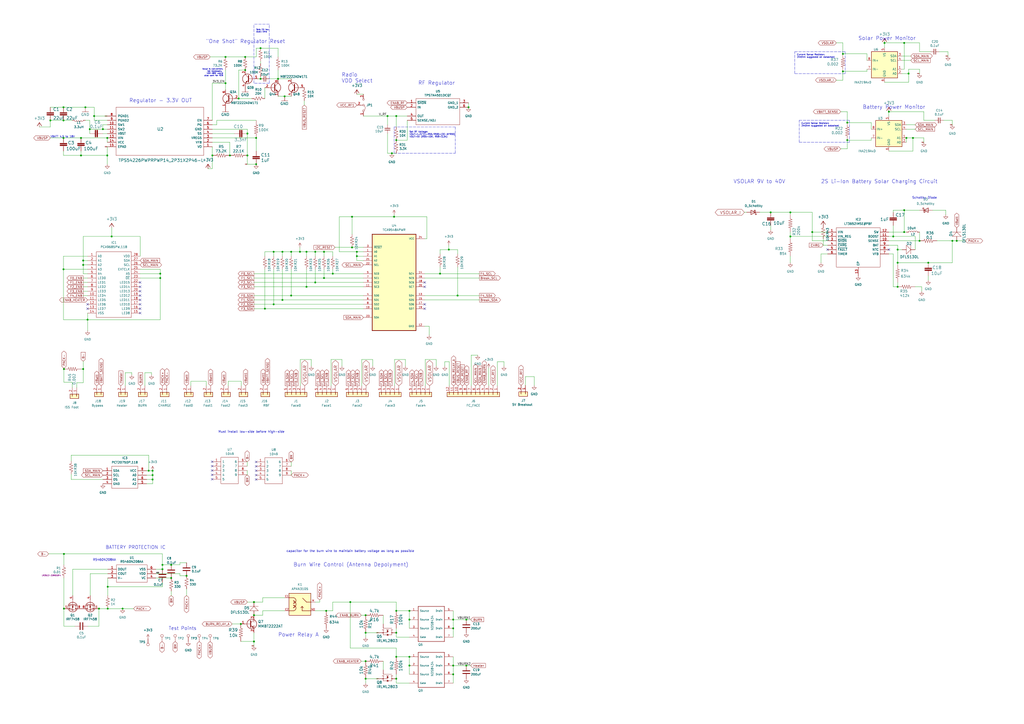
<source format=kicad_sch>
(kicad_sch (version 20231120) (generator "eeschema") (generator_version "8.0")
  (paper "A2")
  (junction (at 52.07 74.93))
  (junction (at 538.48 152.4))
  (junction (at 237.49 381))
  (junction (at 204.216 125.73))
  (junction (at 46.99 90.17))
  (junction (at 147.32 372.11))
  (junction (at 204.216 143.51))
  (junction (at 193.04 158.75))
  (junction (at 62.23 90.17))
  (junction (at 62.23 80.01))
  (junction (at 552.45 139.7))
  (junction (at 54.61 67.31))
  (junction (at 525.78 80.01))
  (junction (at 187.96 146.05))
  (junction (at 48.26 151.13))
  (junction (at 207.01 146.05))
  (junction (at 488.95 41.402))
  (junction (at 48.26 214.0712))
  (junction (at 524.51 24.892))
  (junction (at 147.32 349.25))
  (junction (at 177.8 146.05))
  (junction (at 237.49 359.41))
  (junction (at 151.13 27.94))
  (junction (at 187.96 161.29))
  (junction (at 207.01 148.59))
  (junction (at 48.26 153.67))
  (junction (at 161.29 45.72))
  (junction (at 99.314 335.28))
  (junction (at 203.2 349.25))
  (junction (at 94.234 327.66))
  (junction (at 471.17 134.62))
  (junction (at 29.21 69.85))
  (junction (at 94.234 330.2))
  (junction (at 529.59 80.01))
  (junction (at 62.484 340.36))
  (junction (at 458.47 137.16))
  (junction (at 62.484 353.06))
  (junction (at 182.88 163.83))
  (junction (at 229.87 367.03))
  (junction (at 270.51 359.41))
  (junction (at 515.62 64.77))
  (junction (at 237.49 354.33))
  (junction (at 37.084 214.0712))
  (junction (at 86.233 273.05))
  (junction (at 491.49 71.12))
  (junction (at 92.964 161.29))
  (junction (at 142.24 33.02))
  (junction (at 88.519 275.59))
  (junction (at 37.084 321.31))
  (junction (at 447.04 123.19))
  (junction (at 224.79 67.31))
  (junction (at 168.91 146.05))
  (junction (at 151.13 45.72))
  (junction (at 165.1 55.88))
  (junction (at 229.87 354.33))
  (junction (at 46.99 80.01))
  (junction (at 520.7 152.4))
  (junction (at 143.51 90.17))
  (junction (at 36.83 156.21))
  (junction (at 518.16 137.16))
  (junction (at 133.35 90.17))
  (junction (at 158.75 176.53))
  (junction (at 92.964 158.75))
  (junction (at 36.83 69.85))
  (junction (at 227.33 88.9))
  (junction (at 130.81 33.02))
  (junction (at 64.77 137.16))
  (junction (at 520.7 144.78))
  (junction (at 255.27 158.75))
  (junction (at 262.89 386.08))
  (junction (at 147.32 356.87))
  (junction (at 229.87 81.28))
  (junction (at 123.19 90.17))
  (junction (at 57.404 353.06))
  (junction (at 270.51 386.08))
  (junction (at 88.519 273.05))
  (junction (at 262.89 364.49))
  (junction (at 50.8 185.42))
  (junction (at 148.59 95.25))
  (junction (at 262.89 359.41))
  (junction (at 177.8 166.37))
  (junction (at 212.09 393.7))
  (junction (at 265.43 171.45))
  (junction (at 142.24 40.64))
  (junction (at 139.7 361.95))
  (junction (at 163.83 173.99))
  (junction (at 163.83 146.05))
  (junction (at 260.35 144.78))
  (junction (at 527.05 42.672))
  (junction (at 130.81 48.26))
  (junction (at 212.09 383.54))
  (junction (at 271.78 62.23))
  (junction (at 59.69 74.93))
  (junction (at 229.87 381))
  (junction (at 533.4 139.7))
  (junction (at 108.204 334.01))
  (junction (at 168.91 171.45))
  (junction (at 554.99 139.7))
  (junction (at 513.08 24.892))
  (junction (at 49.53 62.23))
  (junction (at 36.83 62.23))
  (junction (at 520.7 166.37))
  (junction (at 148.59 80.01))
  (junction (at 36.83 80.01))
  (junction (at 458.47 123.19))
  (junction (at 71.12 353.06))
  (junction (at 229.87 393.7))
  (junction (at 524.51 121.92))
  (junction (at 212.09 367.03))
  (junction (at 228.6 125.73))
  (junction (at 491.49 81.28))
  (junction (at 158.75 146.05))
  (junction (at 182.88 146.05))
  (junction (at 262.89 391.16))
  (junction (at 524.51 134.62))
  (junction (at 212.09 356.87))
  (junction (at 88.519 278.13))
  (junction (at 99.314 327.66))
  (junction (at 153.67 179.07))
  (junction (at 229.87 67.31))
  (junction (at 173.99 146.05))
  (junction (at 138.43 57.15))
  (junction (at 488.95 31.242))
  (junction (at 237.49 386.08))
  (junction (at 37.084 353.06))
  (junction (at 143.51 77.47))
  (junction (at 189.23 354.33))
  (no_connect (at 480.06 144.78))
  (no_connect (at 515.62 144.78))
  (no_connect (at 246.38 163.83))
  (no_connect (at 246.38 166.37))
  (no_connect (at 246.38 176.53))
  (no_connect (at 246.38 179.07))
  (no_connect (at 123.063 270.383))
  (no_connect (at 148.59 278.13))
  (no_connect (at 148.59 275.59))
  (no_connect (at 148.59 273.05))
  (no_connect (at 123.063 278.003))
  (no_connect (at 148.59 270.51))
  (no_connect (at 123.063 267.843))
  (no_connect (at 123.063 272.923))
  (no_connect (at 123.063 275.463))
  (no_connect (at 148.59 267.97))
  (no_connect (at 81.28 176.53))
  (no_connect (at 81.28 179.07))
  (no_connect (at 81.28 163.83))
  (no_connect (at 81.28 166.37))
  (no_connect (at 81.28 168.91))
  (no_connect (at 81.28 171.45))
  (no_connect (at 81.28 173.99))
  (no_connect (at 50.8 179.07))
  (no_connect (at 50.8 176.53))
  (no_connect (at 81.28 181.61))
  (wire (pts (xy 270.51 359.41) (xy 273.05 359.41)))
  (wire (pts (xy 491.49 81.28) (xy 491.49 86.36)))
  (wire (pts (xy 143.51 349.25) (xy 147.32 349.25)))
  (wire (pts (xy 207.01 146.05) (xy 207.01 148.59)))
  (polyline (pts (xy 147.32 48.26) (xy 147.32 13.97)) (stroke (width 0) (type dash)))
  (wire (pts (xy 81.28 156.21) (xy 92.964 156.21)))
  (wire (pts (xy 525.78 80.01) (xy 529.59 80.01)))
  (wire (pts (xy 152.4 346.71) (xy 152.4 349.25)))
  (wire (pts (xy 180.594 212.344) (xy 180.594 208.534)))
  (wire (pts (xy 62.23 72.39) (xy 59.69 72.39)))
  (polyline (pts (xy 264.16 73.66) (xy 228.6 73.66)) (stroke (width 0) (type dash)))
  (wire (pts (xy 81.28 161.29) (xy 92.964 161.29)))
  (wire (pts (xy 147.32 173.99) (xy 163.83 173.99)))
  (wire (pts (xy 520.7 166.37) (xy 518.16 166.37)))
  (wire (pts (xy 130.81 40.64) (xy 130.81 48.26)))
  (wire (pts (xy 288.544 223.774) (xy 288.544 209.804)))
  (wire (pts (xy 22.86 73.66) (xy 29.21 73.66)))
  (wire (pts (xy 458.47 134.62) (xy 458.47 137.16)))
  (wire (pts (xy 533.4 42.672) (xy 533.4 40.132)))
  (wire (pts (xy 54.61 69.85) (xy 62.23 69.85)))
  (wire (pts (xy 530.86 137.16) (xy 518.16 137.16)))
  (wire (pts (xy 94.234 340.36) (xy 62.484 340.36)))
  (wire (pts (xy 529.59 87.63) (xy 529.59 80.01)))
  (wire (pts (xy 88.519 275.59) (xy 88.519 273.05)))
  (polyline (pts (xy 461.01 42.672) (xy 461.01 29.972)) (stroke (width 0) (type dash)))
  (wire (pts (xy 207.01 148.59) (xy 210.82 148.59)))
  (wire (pts (xy 207.01 146.05) (xy 210.82 146.05)))
  (wire (pts (xy 168.91 267.97) (xy 168.91 270.51)))
  (wire (pts (xy 513.08 24.892) (xy 524.51 24.892)))
  (wire (pts (xy 212.09 367.03) (xy 212.09 369.57)))
  (wire (pts (xy 518.16 147.32) (xy 515.62 147.32)))
  (wire (pts (xy 52.07 74.93) (xy 52.07 69.85)))
  (wire (pts (xy 262.89 364.49) (xy 262.89 359.41)))
  (polyline (pts (xy 490.22 42.672) (xy 461.01 42.672)) (stroke (width 0) (type dash)))
  (wire (pts (xy 505.46 81.28) (xy 505.46 80.01)))
  (wire (pts (xy 94.234 327.66) (xy 94.234 321.31)))
  (wire (pts (xy 41.275 264.033) (xy 86.233 264.033)))
  (wire (pts (xy 48.26 166.37) (xy 50.8 166.37)))
  (wire (pts (xy 209.804 208.534) (xy 216.154 208.534)))
  (wire (pts (xy 119.634 221.234) (xy 119.634 223.774)))
  (wire (pts (xy 50.8 153.67) (xy 48.26 153.67)))
  (wire (pts (xy 158.75 146.05) (xy 158.75 148.59)))
  (wire (pts (xy 212.09 393.7) (xy 212.09 396.24)))
  (wire (pts (xy 123.19 48.26) (xy 130.81 48.26)))
  (wire (pts (xy 491.49 71.12) (xy 491.49 64.77)))
  (wire (pts (xy 210.82 67.31) (xy 224.79 67.31)))
  (wire (pts (xy 147.32 349.25) (xy 152.4 349.25)))
  (wire (pts (xy 520.7 152.4) (xy 538.48 152.4)))
  (wire (pts (xy 549.91 29.972) (xy 544.83 29.972)))
  (wire (pts (xy 85.09 278.13) (xy 88.519 278.13)))
  (wire (pts (xy 43.434 363.22) (xy 37.084 363.22)))
  (wire (pts (xy 64.77 137.16) (xy 81.28 137.16)))
  (wire (pts (xy 99.314 327.66) (xy 104.394 327.66)))
  (wire (pts (xy 123.19 69.85) (xy 123.19 48.26)))
  (wire (pts (xy 204.216 143.51) (xy 210.82 143.51)))
  (wire (pts (xy 158.75 146.05) (xy 163.83 146.05)))
  (wire (pts (xy 193.04 148.59) (xy 193.04 146.05)))
  (wire (pts (xy 182.88 163.83) (xy 210.82 163.83)))
  (wire (pts (xy 219.71 367.03) (xy 212.09 367.03)))
  (wire (pts (xy 51.054 363.22) (xy 57.404 363.22)))
  (wire (pts (xy 147.32 171.45) (xy 168.91 171.45)))
  (wire (pts (xy 520.7 144.78) (xy 520.7 152.4)))
  (wire (pts (xy 193.04 156.21) (xy 193.04 158.75)))
  (wire (pts (xy 527.05 42.672) (xy 527.05 40.132)))
  (wire (pts (xy 265.43 171.45) (xy 278.13 171.45)))
  (wire (pts (xy 273.304 205.994) (xy 277.114 205.994)))
  (wire (pts (xy 104.394 327.66) (xy 104.394 326.39)))
  (wire (pts (xy 549.91 32.512) (xy 549.91 29.972)))
  (wire (pts (xy 488.95 31.242) (xy 502.92 31.242)))
  (wire (pts (xy 255.27 144.78) (xy 260.35 144.78)))
  (wire (pts (xy 48.26 137.16) (xy 48.26 151.13)))
  (wire (pts (xy 523.24 40.132) (xy 524.51 40.132)))
  (wire (pts (xy 530.86 144.78) (xy 530.86 137.16)))
  (wire (pts (xy 458.47 123.19) (xy 458.47 124.46)))
  (wire (pts (xy 138.43 40.64) (xy 142.24 40.64)))
  (wire (pts (xy 187.96 156.21) (xy 187.96 161.29)))
  (wire (pts (xy 85.09 275.59) (xy 88.519 275.59)))
  (wire (pts (xy 52.07 77.47) (xy 52.07 74.93)))
  (wire (pts (xy 161.29 27.94) (xy 161.29 33.02)))
  (wire (pts (xy 538.48 160.02) (xy 538.48 162.56)))
  (wire (pts (xy 81.28 148.59) (xy 81.28 137.16)))
  (wire (pts (xy 125.73 72.39) (xy 123.19 72.39)))
  (wire (pts (xy 48.26 171.45) (xy 50.8 171.45)))
  (wire (pts (xy 491.49 71.12) (xy 505.46 71.12)))
  (wire (pts (xy 50.8 185.42) (xy 50.8 181.61)))
  (polyline (pts (xy 490.22 29.972) (xy 490.22 42.672)) (stroke (width 0) (type dash)))
  (wire (pts (xy 203.2 349.25) (xy 229.87 349.25)))
  (wire (pts (xy 207.01 151.13) (xy 210.82 151.13)))
  (wire (pts (xy 485.14 46.482) (xy 488.95 46.482)))
  (wire (pts (xy 212.09 383.54) (xy 209.55 383.54)))
  (wire (pts (xy 62.23 90.17) (xy 62.23 95.25)))
  (wire (pts (xy 487.68 64.77) (xy 491.49 64.77)))
  (wire (pts (xy 62.484 340.36) (xy 62.484 335.28)))
  (wire (pts (xy 258.064 209.804) (xy 260.604 209.804)))
  (wire (pts (xy 477.52 138.43) (xy 477.52 142.24)))
  (wire (pts (xy 524.51 134.62) (xy 525.78 134.62)))
  (wire (pts (xy 84.074 223.774) (xy 84.074 216.154)))
  (wire (pts (xy 163.83 146.05) (xy 168.91 146.05)))
  (wire (pts (xy 41.91 224.79) (xy 41.91 221.742)))
  (wire (pts (xy 535.94 69.85) (xy 535.94 64.77)))
  (polyline (pts (xy 156.21 48.26) (xy 156.21 13.97)) (stroke (width 0) (type dash)))
  (wire (pts (xy 192.024 208.534) (xy 192.024 223.774)))
  (wire (pts (xy 48.26 214.0712) (xy 47.244 214.0712)))
  (wire (pts (xy 258.064 212.344) (xy 258.064 209.804)))
  (polyline (pts (xy 463.55 69.85) (xy 492.76 69.85)) (stroke (width 0) (type dash)))
  (wire (pts (xy 168.91 171.45) (xy 210.82 171.45)))
  (wire (pts (xy 177.8 146.05) (xy 182.88 146.05)))
  (wire (pts (xy 246.38 158.75) (xy 255.27 158.75)))
  (wire (pts (xy 108.204 345.44) (xy 108.204 341.63)))
  (wire (pts (xy 37.084 321.31) (xy 28.194 321.31)))
  (wire (pts (xy 121.92 33.02) (xy 130.81 33.02)))
  (wire (pts (xy 104.394 332.74) (xy 104.394 334.01)))
  (wire (pts (xy 52.324 332.74) (xy 52.324 345.44)))
  (wire (pts (xy 189.23 354.33) (xy 193.04 354.33)))
  (wire (pts (xy 246.38 171.45) (xy 265.43 171.45)))
  (wire (pts (xy 90.424 335.28) (xy 99.314 335.28)))
  (wire (pts (xy 46.99 80.01) (xy 62.23 80.01)))
  (wire (pts (xy 147.32 374.65) (xy 147.32 372.11)))
  (wire (pts (xy 132.334 223.774) (xy 132.334 221.234)))
  (wire (pts (xy 224.79 88.9) (xy 227.33 88.9)))
  (wire (pts (xy 29.21 73.66) (xy 29.21 69.85)))
  (wire (pts (xy 520.7 152.4) (xy 520.7 153.67)))
  (wire (pts (xy 46.99 90.17) (xy 62.23 90.17)))
  (wire (pts (xy 288.544 209.804) (xy 292.354 209.804)))
  (wire (pts (xy 88.519 275.59) (xy 88.519 278.13)))
  (wire (pts (xy 237.49 354.33) (xy 229.87 354.33)))
  (wire (pts (xy 139.954 221.234) (xy 139.954 223.774)))
  (wire (pts (xy 530.86 166.37) (xy 534.67 166.37)))
  (wire (pts (xy 304.8 218.44) (xy 304.8 223.52)))
  (wire (pts (xy 535.94 82.55) (xy 535.94 80.01)))
  (wire (pts (xy 187.96 161.29) (xy 210.82 161.29)))
  (wire (pts (xy 86.233 273.05) (xy 85.09 273.05)))
  (wire (pts (xy 520.7 144.78) (xy 523.24 144.78)))
  (wire (pts (xy 224.79 77.47) (xy 224.79 88.9)))
  (wire (pts (xy 262.89 369.57) (xy 262.89 364.49)))
  (wire (pts (xy 54.61 62.23) (xy 54.61 67.31)))
  (wire (pts (xy 458.47 137.16) (xy 480.06 137.16)))
  (wire (pts (xy 84.074 216.154) (xy 87.884 216.154)))
  (wire (pts (xy 262.89 396.24) (xy 262.89 391.16)))
  (wire (pts (xy 262.89 391.16) (xy 262.89 386.08)))
  (wire (pts (xy 104.394 326.39) (xy 108.204 326.39)))
  (wire (pts (xy 227.33 88.9) (xy 229.87 88.9)))
  (wire (pts (xy 458.47 148.59) (xy 458.47 152.4)))
  (wire (pts (xy 515.62 134.62) (xy 524.51 134.62)))
  (wire (pts (xy 161.29 40.64) (xy 161.29 45.72)))
  (wire (pts (xy 72.644 223.774) (xy 72.644 216.154)))
  (wire (pts (xy 283.464 213.614) (xy 283.464 223.774)))
  (wire (pts (xy 163.83 146.05) (xy 163.83 148.59)))
  (wire (pts (xy 458.47 123.19) (xy 471.17 123.19)))
  (wire (pts (xy 237.49 396.24) (xy 229.87 396.24)))
  (wire (pts (xy 515.62 87.63) (xy 529.59 87.63)))
  (wire (pts (xy 123.19 80.01) (xy 148.59 80.01)))
  (wire (pts (xy 224.79 72.39) (xy 224.79 67.31)))
  (wire (pts (xy 523.24 42.672) (xy 527.05 42.672)))
  (wire (pts (xy 525.78 74.93) (xy 530.86 74.93)))
  (wire (pts (xy 94.234 327.66) (xy 94.234 330.2)))
  (wire (pts (xy 182.88 349.25) (xy 185.42 349.25)))
  (wire (pts (xy 49.53 69.85) (xy 52.07 69.85)))
  (wire (pts (xy 168.91 273.05) (xy 168.91 275.59)))
  (wire (pts (xy 147.32 176.53) (xy 158.75 176.53)))
  (wire (pts (xy 529.59 80.01) (xy 535.94 80.01)))
  (wire (pts (xy 52.324 332.74) (xy 62.484 332.74)))
  (wire (pts (xy 94.234 321.31) (xy 37.084 321.31)))
  (wire (pts (xy 152.4 356.87) (xy 152.4 354.33)))
  (wire (pts (xy 168.91 45.72) (xy 161.29 45.72)))
  (wire (pts (xy 36.83 80.01) (xy 29.21 80.01)))
  (polyline (pts (xy 156.21 13.97) (xy 147.32 13.97)) (stroke (width 0) (type dash)))
  (wire (pts (xy 216.154 208.534) (xy 216.154 212.344)))
  (wire (pts (xy 229.87 73.66) (xy 229.87 67.31)))
  (wire (pts (xy 59.69 278.13) (xy 41.275 278.13)))
  (wire (pts (xy 123.19 82.55) (xy 133.35 82.55)))
  (wire (pts (xy 193.04 354.33) (xy 193.04 349.25)))
  (wire (pts (xy 204.216 125.73) (xy 204.216 135.89)))
  (wire (pts (xy 37.084 321.31) (xy 37.084 327.66)))
  (wire (pts (xy 153.67 57.15) (xy 153.67 50.8)))
  (wire (pts (xy 229.87 396.24) (xy 229.87 393.7)))
  (wire (pts (xy 143.51 74.93) (xy 143.51 77.47)))
  (wire (pts (xy 502.92 41.402) (xy 502.92 40.132)))
  (wire (pts (xy 488.95 41.402) (xy 502.92 41.402)))
  (wire (pts (xy 151.13 35.56) (xy 151.13 36.83)))
  (wire (pts (xy 62.484 353.06) (xy 71.12 353.06)))
  (wire (pts (xy 177.8 148.59) (xy 177.8 146.05)))
  (wire (pts (xy 212.09 356.87) (xy 209.55 356.87)))
  (wire (pts (xy 29.21 69.85) (xy 36.83 69.85)))
  (polyline (pts (xy 228.6 88.9) (xy 264.16 88.9)) (stroke (width 0) (type dash)))
  (wire (pts (xy 513.08 47.752) (xy 527.05 47.752)))
  (wire (pts (xy 149.86 45.72) (xy 151.13 45.72)))
  (wire (pts (xy 552.45 72.39) (xy 552.45 69.85)))
  (wire (pts (xy 48.26 163.83) (xy 50.8 163.83)))
  (polyline (pts (xy 492.76 69.85) (xy 492.76 82.55)) (stroke (width 0) (type dash)))
  (wire (pts (xy 37.084 214.0712) (xy 37.084 221.742)))
  (wire (pts (xy 163.83 173.99) (xy 210.82 173.99)))
  (wire (pts (xy 237.49 364.49) (xy 237.49 359.41)))
  (wire (pts (xy 148.59 27.94) (xy 151.13 27.94)))
  (wire (pts (xy 535.94 69.85) (xy 542.29 69.85)))
  (wire (pts (xy 471.17 123.19) (xy 471.17 134.62)))
  (wire (pts (xy 182.88 354.33) (xy 189.23 354.33)))
  (wire (pts (xy 132.334 221.234) (xy 139.954 221.234)))
  (wire (pts (xy 548.64 121.92) (xy 548.64 124.46)))
  (wire (pts (xy 476.25 147.32) (xy 476.25 152.4)))
  (wire (pts (xy 90.424 330.2) (xy 94.234 330.2)))
  (wire (pts (xy 518.16 137.16) (xy 515.62 137.16)))
  (wire (pts (xy 523.24 35.052) (xy 528.32 35.052)))
  (wire (pts (xy 139.7 372.11) (xy 147.32 372.11)))
  (wire (pts (xy 177.8 156.21) (xy 177.8 166.37)))
  (wire (pts (xy 143.383 272.923) (xy 143.383 275.463)))
  (wire (pts (xy 123.19 85.09) (xy 123.19 90.17)))
  (wire (pts (xy 173.99 146.05) (xy 173.99 143.51)))
  (wire (pts (xy 123.19 97.79) (xy 120.65 97.79)))
  (wire (pts (xy 54.61 67.31) (xy 54.61 69.85)))
  (wire (pts (xy 246.634 208.534) (xy 252.984 208.534)))
  (wire (pts (xy 48.26 161.29) (xy 50.8 161.29)))
  (wire (pts (xy 158.75 176.53) (xy 210.82 176.53)))
  (wire (pts (xy 110.744 221.234) (xy 119.634 221.234)))
  (wire (pts (xy 147.32 161.29) (xy 187.96 161.29)))
  (wire (pts (xy 156.21 45.72) (xy 161.29 45.72)))
  (wire (pts (xy 520.7 163.83) (xy 520.7 166.37)))
  (wire (pts (xy 198.374 208.534) (xy 192.024 208.534)))
  (wire (pts (xy 246.38 161.29) (xy 278.13 161.29)))
  (wire (pts (xy 59.69 74.93) (xy 52.07 74.93)))
  (wire (pts (xy 229.87 391.16) (xy 229.87 393.7)))
  (polyline (pts (xy 463.55 82.55) (xy 463.55 69.85)) (stroke (width 0) (type dash)))
  (wire (pts (xy 262.89 359.41) (xy 270.51 359.41)))
  (wire (pts (xy 262.89 359.41) (xy 262.89 354.33)))
  (wire (pts (xy 99.314 345.44) (xy 99.314 342.9)))
  (wire (pts (xy 260.604 223.774) (xy 260.604 209.804)))
  (wire (pts (xy 513.08 24.892) (xy 513.08 27.432)))
  (wire (pts (xy 515.62 64.77) (xy 535.94 64.77)))
  (wire (pts (xy 229.87 67.31) (xy 236.22 67.31)))
  (wire (pts (xy 143.51 95.25) (xy 148.59 95.25)))
  (wire (pts (xy 148.59 33.02) (xy 142.24 33.02)))
  (wire (pts (xy 515.62 142.24) (xy 520.7 142.24)))
  (wire (pts (xy 165.1 346.71) (xy 152.4 346.71)))
  (wire (pts (xy 57.404 363.22) (xy 57.404 353.06)))
  (wire (pts (xy 235.204 208.534) (xy 228.854 208.534)))
  (wire (pts (xy 168.91 55.88) (xy 165.1 55.88)))
  (wire (pts (xy 71.12 353.06) (xy 77.47 353.06)))
  (wire (pts (xy 523.24 32.512) (xy 528.32 32.512)))
  (wire (pts (xy 228.6 125.73) (xy 204.216 125.73)))
  (wire (pts (xy 515.62 64.77) (xy 515.62 67.31)))
  (wire (pts (xy 552.45 139.7) (xy 554.99 139.7)))
  (wire (pts (xy 255.27 158.75) (xy 278.13 158.75)))
  (wire (pts (xy 49.53 62.23) (xy 54.61 62.23)))
  (wire (pts (xy 36.83 90.17) (xy 46.99 90.17)))
  (wire (pts (xy 262.89 386.08) (xy 262.89 381)))
  (wire (pts (xy 265.43 144.78) (xy 265.43 147.32)))
  (polyline (pts (xy 228.6 73.66) (xy 228.6 88.9)) (stroke (width 0) (type dash)))
  (polyline (pts (xy 264.16 88.9) (xy 264.16 73.66)) (stroke (width 0) (type dash)))
  (wire (pts (xy 527.05 40.132) (xy 533.4 40.132)))
  (wire (pts (xy 138.43 57.15) (xy 138.43 40.64)))
  (wire (pts (xy 62.23 82.55) (xy 62.23 80.01)))
  (wire (pts (xy 524.51 24.892) (xy 533.4 24.892)))
  (wire (pts (xy 222.25 361.95) (xy 222.25 356.87)))
  (wire (pts (xy 152.4 354.33) (xy 165.1 354.33)))
  (wire (pts (xy 204.216 125.73) (xy 196.85 125.73)))
  (wire (pts (xy 533.4 134.62) (xy 533.4 139.7)))
  (wire (pts (xy 480.06 147.32) (xy 476.25 147.32)))
  (wire (pts (xy 48.26 137.16) (xy 64.77 137.16)))
  (wire (pts (xy 110.744 223.774) (xy 110.744 221.234)))
  (wire (pts (xy 554.99 139.7) (xy 560.07 139.7)))
  (wire (pts (xy 42.164 330.2) (xy 62.484 330.2)))
  (wire (pts (xy 262.89 386.08) (xy 270.51 386.08)))
  (wire (pts (xy 36.83 90.17) (xy 36.83 87.63)))
  (wire (pts (xy 151.13 44.45) (xy 151.13 45.72)))
  (wire (pts (xy 538.48 152.4) (xy 552.45 152.4)))
  (wire (pts (xy 177.8 166.37) (xy 210.82 166.37)))
  (wire (pts (xy 36.83 69.85) (xy 41.91 69.85)))
  (wire (pts (xy 92.964 158.75) (xy 92.964 161.29)))
  (wire (pts (xy 88.519 273.05) (xy 86.233 273.05)))
  (wire (pts (xy 187.96 148.59) (xy 187.96 146.05)))
  (wire (pts (xy 525.78 72.39) (xy 530.86 72.39)))
  (wire (pts (xy 88.519 278.13) (xy 88.519 280.67)))
  (wire (pts (xy 36.83 148.59) (xy 36.83 156.21)))
  (wire (pts (xy 168.91 146.05) (xy 173.99 146.05)))
  (wire (pts (xy 471.17 139.7) (xy 480.06 139.7)))
  (wire (pts (xy 222.25 388.62) (xy 222.25 383.54)))
  (wire (pts (xy 525.78 80.01) (xy 525.78 82.55)))
  (wire (pts (xy 518.16 130.81) (xy 518.16 137.16)))
  (wire (pts (xy 246.38 173.99) (xy 278.13 173.99)))
  (wire (pts (xy 123.19 74.93) (xy 143.51 74.93)))
  (wire (pts (xy 187.96 146.05) (xy 182.88 146.05)))
  (wire (pts (xy 182.88 156.21) (xy 182.88 163.83)))
  (wire (pts (xy 147.32 179.07) (xy 153.67 179.07)))
  (wire (pts (xy 148.59 80.01) (xy 148.59 87.63)))
  (wire (pts (xy 433.07 123.19) (xy 431.8 123.19)))
  (wire (pts (xy 485.14 24.892) (xy 488.95 24.892)))
  (wire (pts (xy 174.244 208.534) (xy 174.244 223.774)))
  (wire (pts (xy 505.46 71.12) (xy 505.46 74.93)))
  (wire (pts (xy 177.8 146.05) (xy 173.99 146.05)))
  (wire (pts (xy 37.084 213.614) (xy 37.084 214.0712)))
  (wire (pts (xy 146.05 57.15) (xy 138.43 57.15)))
  (wire (pts (xy 148.59 69.85) (xy 125.73 69.85)))
  (wire (pts (xy 185.42 349.25) (xy 185.42 347.98)))
  (wire (pts (xy 265.43 154.94) (xy 265.43 171.45)))
  (wire (pts (xy 247.65 125.73) (xy 247.65 138.43)))
  (wire (pts (xy 87.884 216.154) (xy 87.884 217.424)))
  (wire (pts (xy 130.81 33.02) (xy 142.24 33.02)))
  (wire (pts (xy 134.62 361.95) (xy 139.7 361.95)))
  (wire (pts (xy 552.45 139.7) (xy 543.56 139.7)))
  (wire (pts (xy 153.67 156.21) (xy 153.67 179.07)))
  (wire (pts (xy 62.23 77.47) (xy 59.69 77.47)))
  (wire (pts (xy 147.32 166.37) (xy 177.8 166.37)))
  (wire (pts (xy 50.8 185.42) (xy 92.964 185.42)))
  (wire (pts (xy 292.354 209.804) (xy 292.354 212.344)))
  (wire (pts (xy 203.2 375.92) (xy 203.2 349.25)))
  (wire (pts (xy 42.164 345.44) (xy 42.164 330.2)))
  (wire (pts (xy 533.4 29.972) (xy 539.75 29.972)))
  (wire (pts (xy 176.53 60.96) (xy 176.53 58.42)))
  (wire (pts (xy 50.8 151.13) (xy 48.26 151.13)))
  (wire (pts (xy 246.634 223.774) (xy 246.634 208.534)))
  (wire (pts (xy 36.83 185.42) (xy 50.8 185.42)))
  (wire (pts (xy 41.275 275.082) (xy 41.275 278.13)))
  (wire (pts (xy 48.26 168.91) (xy 50.8 168.91)))
  (wire (pts (xy 229.87 81.28) (xy 236.22 81.28)))
  (wire (pts (xy 41.91 221.742) (xy 37.084 221.742)))
  (wire (pts (xy 518.16 166.37) (xy 518.16 147.32)))
  (wire (pts (xy 447.04 130.81) (xy 447.04 133.35)))
  (wire (pts (xy 163.83 156.21) (xy 163.83 173.99)))
  (wire (pts (xy 447.04 123.19) (xy 458.47 123.19)))
  (polyline (pts (xy 492.76 82.55) (xy 463.55 82.55)) (stroke (width 0) (type dash)))
  (wire (pts (xy 229.87 369.57) (xy 229.87 367.03)))
  (wire (pts (xy 94.234 327.66) (xy 99.314 327.66)))
  (wire (pts (xy 309.88 223.52) (xy 309.88 218.44)))
  (wire (pts (xy 488.95 41.402) (xy 488.95 46.482)))
  (wire (pts (xy 524.51 121.92) (xy 518.16 121.92)))
  (wire (pts (xy 36.83 148.59) (xy 50.8 148.59)))
  (wire (pts (xy 153.67 148.59) (xy 153.67 146.05)))
  (wire (pts (xy 41.275 267.462) (xy 41.275 264.033)))
  (wire (pts (xy 271.78 62.23) (xy 271.78 59.69)))
  (wire (pts (xy 518.16 121.92) (xy 518.16 123.19)))
  (wire (pts (xy 502.92 31.242) (xy 502.92 35.052)))
  (wire (pts (xy 37.084 353.06) (xy 37.084 335.28)))
  (wire (pts (xy 59.69 74.93) (xy 59.69 72.39)))
  (wire (pts (xy 260.35 142.24) (xy 260.35 144.78)))
  (wire (pts (xy 104.394 334.01) (xy 108.204 334.01)))
  (wire (pts (xy 196.85 146.05) (xy 207.01 146.05)))
  (wire (pts (xy 527.05 47.752) (xy 527.05 42.672)))
  (wire (pts (xy 143.51 77.47) (xy 143.51 90.17)))
  (wire (pts (xy 48.26 158.75) (xy 48.26 153.67)))
  (wire (pts (xy 248.92 189.23) (xy 248.92 194.31)))
  (wire (pts (xy 94.234 337.82) (xy 94.234 340.36)))
  (wire (pts (xy 37.084 363.22) (xy 37.084 353.06)))
  (wire (pts (xy 237.49 391.16) (xy 237.49 386.08)))
  (wire (pts (xy 237.49 369.57) (xy 229.87 369.57)))
  (wire (pts (xy 487.68 86.36) (xy 491.49 86.36)))
  (wire (pts (xy 229.87 349.25) (xy 229.87 354.33)))
  (wire (pts (xy 29.21 62.23) (xy 36.83 62.23)))
  (wire (pts (xy 168.91 146.05) (xy 168.91 148.59)))
  (wire (pts (xy 123.19 90.17) (xy 123.19 97.79)))
  (wire (pts (xy 50.8 158.75) (xy 48.26 158.75)))
  (wire (pts (xy 235.204 212.344) (xy 235.204 208.534)))
  (wire (pts (xy 86.233 264.033) (xy 86.233 273.05)))
  (wire (pts (xy 92.964 156.21) (xy 92.964 158.75)))
  (wire (pts (xy 92.964 161.29) (xy 92.964 185.42)))
  (wire (pts (xy 36.83 156.21) (xy 36.83 185.42)))
  (wire (pts (xy 180.594 208.534) (xy 174.244 208.534)))
  (polyline (pts (xy 156.21 48.26) (xy 147.32 48.26)) (stroke (width 0) (type dash)))
  (wire (pts (xy 36.83 80.01) (xy 46.99 80.01)))
  (wire (pts (xy 147.32 163.83) (xy 182.88 163.83)))
  (wire (pts (xy 533.4 29.972) (xy 533.4 24.892)))
  (wire (pts (xy 158.75 156.21) (xy 158.75 176.53)))
  (wire (pts (xy 62.23 67.31) (xy 54.61 67.31)))
  (wire (pts (xy 85.09 280.67) (xy 88.519 280.67)))
  (wire (pts (xy 168.91 156.21) (xy 168.91 171.45)))
  (wire (pts (xy 36.83 156.21) (xy 50.8 156.21)))
  (wire (pts (xy 515.62 139.7) (xy 533.4 139.7)))
  (wire (pts (xy 62.23 74.93) (xy 59.69 74.93)))
  (wire (pts (xy 471.17 134.62) (xy 480.06 134.62)))
  (wire (pts (xy 147.32 372.11) (xy 147.32 367.03)))
  (wire (pts (xy 193.04 349.25) (xy 203.2 349.25)))
  (wire (pts (xy 229.87 375.92) (xy 203.2 375.92)))
  (wire (pts (xy 270.51 386.08) (xy 273.05 386.08)))
  (wire (pts (xy 209.804 223.774) (xy 209.804 208.534)))
  (polyline (pts (xy 461.01 29.972) (xy 490.22 29.972)) (stroke (width 0) (type dash)))
  (wire (pts (xy 524.51 134.62) (xy 524.51 121.92)))
  (wire (pts (xy 229.87 364.49) (xy 229.87 367.03)))
  (wire (pts (xy 151.13 27.94) (xy 161.29 27.94)))
  (wire (pts (xy 228.6 124.46) (xy 228.6 125.73)))
  (wire (pts (xy 48.26 153.67) (xy 48.26 151.13)))
  (wire (pts (xy 260.35 144.78) (xy 265.43 144.78)))
  (wire (pts (xy 182.88 148.59) (xy 182.88 146.05)))
  (wire (pts (xy 480.06 142.24) (xy 477.52 142.24)))
  (wire (pts (xy 125.73 69.85) (xy 125.73 72.39)))
  (wire (pts (xy 488.95 31.242) (xy 488.95 24.892)))
  (wire (pts (xy 76.454 216.154) (xy 76.454 217.424)))
  (wire (pts (xy 64.77 132.08) (xy 64.77 137.16)))
  (wire (pts (xy 552.45 69.85) (xy 547.37 69.85)))
  (wire (pts (xy 219.71 393.7) (xy 212.09 393.7)))
  (wire (pts (xy 440.69 123.19) (xy 447.04 123.19)))
  (wire (pts (xy 229.87 375.92) (xy 229.87 381)))
  (wire (pts (xy 491.49 81.28) (xy 505.46 81.28)))
  (wire (pts (xy 62.484 345.44) (xy 62.484 340.36)))
  (wire (pts (xy 36.83 62.23) (xy 49.53 62.23)))
  (wire (pts (xy 198.374 212.344) (xy 198.374 208.534)))
  (wire (pts (xy 193.04 158.75) (xy 210.82 158.75)))
  (wire (pts (xy 148.59 27.94) (xy 148.59 33.02)))
  (wire (pts (xy 194.31 143.51) (xy 204.216 143.51)))
  (wire (pts (xy 81.28 158.75) (xy 92.964 158.75)))
  (wire (pts (xy 207.01 148.59) (xy 207.01 151.13)))
  (wire (pts (xy 153.67 179.07) (xy 210.82 179.07)))
  (wire (pts (xy 255.27 154.94) (xy 255.27 158.75)))
  (wire (pts (xy 90.424 332.74) (xy 104.394 332.74)))
  (wire (pts (xy 147.32 356.87) (xy 152.4 356.87)))
  (wire (pts (xy 147.32 158.75) (xy 193.04 158.75)))
  (wire (pts (xy 236.22 81.28) (xy 236.22 69.85)))
  (wire (pts (xy 541.02 121.92) (xy 548.64 121.92)))
  (wire (pts (xy 520.7 142.24) (xy 520.7 144.78)))
  (wire (pts (xy 207.01 54.61) (xy 210.82 54.61)))
  (wire (pts (xy 153.67 146.05) (xy 158.75 146.05)))
  (wire (pts (xy 524.51 121.92) (xy 533.4 121.92)))
  (wire (pts (xy 524.51 40.132) (xy 524.51 24.892)))
  (wire (pts (xy 224.79 67.31) (xy 229.87 67.31)))
  (wire (pts (xy 50.8 185.42) (xy 50.8 191.77)))
  (wire (pts (xy 471.17 134.62) (xy 471.17 139.7)))
  (wire (pts (xy 143.51 95.25) (xy 143.51 90.17)))
  (wire (pts (xy 196.85 125.73) (xy 196.85 146.05)))
  (wire (pts (xy 255.27 144.78) (xy 255.27 147.32)))
  (wire (pts (xy 165.1 55.88) (xy 161.29 55.88)))
  (wire (pts (xy 48.26 221.996) (xy 44.45 221.996)))
  (wire (pts (xy 247.65 125.73) (xy 228.6 125.73)))
  (wire (pts (xy 48.26 209.55) (xy 48.26 214.0712)))
  (wire (pts (xy 237.49 386.08) (xy 237.49 381)))
  (wire (pts (xy 237.49 381) (xy 229.87 381)))
  (wire (pts (xy 246.38 189.23) (xy 248.92 189.23)))
  (wire (pts (xy 309.88 218.44) (xy 304.8 218.44)))
  (wire (pts (xy 133.35 82.55) (xy 133.35 90.17)))
  (wire (pts (xy 237.49 359.41) (xy 237.49 354.33)))
  (wire (pts (xy 57.404 353.06) (xy 62.484 353.06)))
  (wire (pts (xy 458.47 137.16) (xy 458.47 138.43)))
  (wire (pts (xy 48.26 214.0712) (xy 48.26 221.996)))
  (wire (pts (xy 246.38 138.43) (xy 247.65 138.43)))
  (wire (pts (xy 130.81 48.26) (xy 130.81 52.07)))
  (wire (pts (xy 143.383 267.843) (xy 143.383 270.383)))
  (wire (pts (xy 193.04 146.05) (xy 187.96 146.05)))
  (wire (pts (xy 273.304 223.774) (xy 273.304 205.994)))
  (wire (pts (xy 552.45 152.4) (xy 552.45 139.7)))
  (wire (pts (xy 534.67 166.37) (xy 534.67 168.91)))
  (wire (pts (xy 228.854 208.534) (xy 228.854 223.774)))
  (wire (pts (xy 62.23 85.09) (xy 62.23 90.17)))
  (wire (pts (xy 46.99 90.17) (xy 46.99 87.63)))
  (wire (pts (xy 252.984 208.534) (xy 252.984 212.344)))
  (wire (pts (xy 123.19 77.47) (xy 135.89 77.47)))
  (wire (pts (xy 44.45 224.79) (xy 44.45 221.996)))
  (wire (pts (xy 72.644 216.154) (xy 76.454 216.154)))
  (text "Must install low-side before high-side" (at 126.619 251.333 0) (effects (font (size 1.27 1.27)) (justify left bottom)))
  (text "Test Points" (at 97.79 365.76 0) (effects (font (size 1.905 1.905)) (justify left bottom)))
  (text "Current Sense Resistor:\n2mOhm suggested on datasheet\n" (at 462.28 33.782 0) (effects (font (size 0.889 0.889)) (justify left bottom)))
  (text "\"One Shot\" Regulator Reset" (at 119.38 25.4 0) (effects (font (size 2.159 2.159)) (justify left bottom)))
  (text "VSOLAR 9V to 40V" (at 425.45 106.68 0) (effects (font (size 2.159 2.159)) (justify left bottom)))
  (text "Current Sense Resistor:\n2mOhm suggested on datasheet\n" (at 464.82 73.66 0) (effects (font (size 0.889 0.889)) (justify left bottom)))
  (text "Regulator - 3.3V OUT" (at 74.93 59.69 0) (effects (font (size 2.159 2.159)) (justify left bottom)))
  (text "Battery Power Monitor" (at 500.38 63.5 0) (effects (font (size 2.159 2.159)) (justify left bottom)))
  (text "Solar Power Monitor" (at 497.84 23.622 0) (effects (font (size 2.159 2.159)) (justify left bottom)))
  (text "Sets EN low\ndwell time" (at 148.59 19.05 0) (effects (font (size 0.7874 0.7874)) (justify left bottom)))
  (text "BATTERY PROTECTION IC" (at 61.214 318.77 0) (effects (font (size 1.905 1.905)) (justify left bottom)))
  (text "2S Li-Ion Battery Solar Charging Circuit" (at 476.25 106.68 0) (effects (font (size 2.159 2.159)) (justify left bottom)))
  (text "R5460N208AA\n" (at 53.848 325.628 0) (effects (font (size 1.27 1.27)) (justify left bottom)))
  (text "Burn Wire Control (Antenna Depolyment)" (at 170.18 328.93 0) (effects (font (size 2.159 2.159)) (justify left bottom)))
  (text "Radio\nVDD Select" (at 198.12 48.26 0) (effects (font (size 2.159 2.159)) (justify left bottom)))
  (text "Power Relay A" (at 161.29 369.57 0) (effects (font (size 2.159 2.159)) (justify left bottom)))
  (text "capacitor for the burn wire to maintain battery voltage as long as possible" (at 166.116 320.548 0) (effects (font (size 1.27 1.27)) (justify left bottom)))
  (text "Value is convenient,\nnot necessary. \n10K-80K would\nalso work for R29" (at 129.54 44.45 0) (effects (font (size 0.7874 0.7874)) (justify right bottom)))
  (text "RF Regulator" (at 242.57 49.53 0) (effects (font (size 2.159 2.159)) (justify left bottom)))
  (text "Schottky Diode\n" (at 543.56 115.57 0) (effects (font (size 1.27 1.27)) (justify right bottom)))
  (text "VBATT 4.5 to 18V" (at 29.21 80.01 0) (effects (font (size 1.0668 1.0668)) (justify left bottom)))
  (text "Set RF Voltage:\nVOUT=1.21*(1+R55/R59)+(3E-6*R55)\nVOUT=5V (R55=10K, R59=3.3K)\n" (at 237.49 80.01 0) (effects (font (size 0.889 0.889)) (justify left bottom)))
  (label "VDD" (at 90.424 332.74 0) (effects (font (size 0.635 0.635))))
  (label "VBURN2" (at 273.05 386.08 180))
  (label "VBURN1" (at 273.05 359.41 180))
  (label "V_RF" (at 219.71 67.31 0))
  (label "3V3_EN" (at 123.19 48.26 0))
  (global_label "F1_SDA" (shape output) (at 147.32 173.99 180) (property "Intersheetrefs" "${INTERSHEET_REFS}" (effects (hide yes))))
  (global_label "VBUSP" (shape bidirectional) (at 236.22 62.23 180) (property "Intersheetrefs" "${INTERSHEET_REFS}" (effects (hide yes))))
  (global_label "VBATT_SENSE" (shape bidirectional) (at 155.194 223.774 90) (property "Intersheetrefs" "${INTERSHEET_REFS}" (effects (hide yes))))
  (global_label "CHRG'" (shape input) (at 477.52 142.24 180) (property "Intersheetrefs" "${INTERSHEET_REFS}" (effects (hide yes))))
  (global_label "VSOLAR" (shape bidirectional) (at 194.564 223.774 90) (effects (font (size 1.778 1.778))) (property "Intersheetrefs" "${INTERSHEET_REFS}" (effects (hide yes))))
  (global_label "F3_ENB" (shape output) (at 48.26 168.91 180) (property "Intersheetrefs" "${INTERSHEET_REFS}" (effects (hide yes))))
  (global_label "F3_SCL" (shape output) (at 223.774 223.774 90) (property "Intersheetrefs" "${INTERSHEET_REFS}" (effects (hide yes))))
  (global_label "F2_SDA" (shape output) (at 202.184 223.774 90) (property "Intersheetrefs" "${INTERSHEET_REFS}" (effects (hide yes))))
  (global_label "F4_SDA" (shape output) (at 239.014 223.774 90) (property "Intersheetrefs" "${INTERSHEET_REFS}" (effects (hide yes))))
  (global_label "F3_SDA" (shape output) (at 221.234 223.774 90) (property "Intersheetrefs" "${INTERSHEET_REFS}" (effects (hide yes))))
  (global_label "GND" (shape bidirectional) (at 147.32 374.65 180) (effects (font (size 0.254 0.254))) (property "Intersheetrefs" "${INTERSHEET_REFS}" (effects (hide yes))))
  (global_label "VCC_RF1" (shape bidirectional) (at 302.26 223.52 90) (property "Intersheetrefs" "${INTERSHEET_REFS}" (effects (hide yes))))
  (global_label "PACK-" (shape bidirectional) (at 37.084 213.614 90) (property "Intersheetrefs" "${INTERSHEET_REFS}" (effects (hide yes))))
  (global_label "F0_ENB" (shape output) (at 48.26 161.29 180) (property "Intersheetrefs" "${INTERSHEET_REFS}" (effects (hide yes))))
  (global_label "SCL_MAIN" (shape input) (at 530.86 74.93 0) (property "Intersheetrefs" "${INTERSHEET_REFS}" (effects (hide yes))))
  (global_label "B-" (shape bidirectional) (at 28.194 321.31 180) (property "Intersheetrefs" "${INTERSHEET_REFS}" (effects (hide yes))))
  (global_label "GND" (shape bidirectional) (at 549.91 32.512 180) (effects (font (size 0.254 0.254))) (property "Intersheetrefs" "${INTERSHEET_REFS}" (effects (hide yes))))
  (global_label "Break_SCL" (shape output) (at 278.13 161.29 0) (property "Intersheetrefs" "${INTERSHEET_REFS}" (effects (hide yes))))
  (global_label "VSOLAR" (shape bidirectional) (at 176.784 223.774 90) (effects (font (size 1.778 1.778))) (property "Intersheetrefs" "${INTERSHEET_REFS}" (effects (hide yes))))
  (global_label "F0_SCL" (shape output) (at 169.164 223.774 90) (property "Intersheetrefs" "${INTERSHEET_REFS}" (effects (hide yes))))
  (global_label "ENAB_BURN" (shape bidirectional) (at 209.55 356.87 180) (property "Intersheetrefs" "${INTERSHEET_REFS}" (effects (hide yes))))
  (global_label "B-" (shape bidirectional) (at 143.383 267.843 90) (property "Intersheetrefs" "${INTERSHEET_REFS}" (effects (hide yes))))
  (global_label "I2C_RESET" (shape input) (at 194.31 143.51 180) (property "Intersheetrefs" "${INTERSHEET_REFS}" (effects (hide yes))))
  (global_label "VBUSP" (shape bidirectional) (at 29.21 80.01 180) (property "Intersheetrefs" "${INTERSHEET_REFS}" (effects (hide yes))))
  (global_label "VBATT_SENSE" (shape bidirectional) (at 487.68 64.77 180) (property "Intersheetrefs" "${INTERSHEET_REFS}" (effects (hide yes))))
  (global_label "F0_ENB" (shape output) (at 171.704 223.774 90) (property "Intersheetrefs" "${INTERSHEET_REFS}" (effects (hide yes))))
  (global_label "PACK+" (shape bidirectional) (at 108.204 345.44 270) (property "Intersheetrefs" "${INTERSHEET_REFS}" (effects (hide yes))))
  (global_label "F2_SDA" (shape output) (at 147.32 176.53 180) (property "Intersheetrefs" "${INTERSHEET_REFS}" (effects (hide yes))))
  (global_label "F2_SCL" (shape output) (at 147.32 163.83 180) (property "Intersheetrefs" "${INTERSHEET_REFS}" (effects (hide yes))))
  (global_label "VSOLAR_I" (shape bidirectional) (at 485.14 46.482 180) (property "Intersheetrefs" "${INTERSHEET_REFS}" (effects (hide yes))))
  (global_label "VBatt" (shape bidirectional) (at 108.204 223.774 90) (property "Intersheetrefs" "${INTERSHEET_REFS}" (effects (hide yes))))
  (global_label "VBUSP" (shape bidirectional) (at 487.68 86.36 180) (property "Intersheetrefs" "${INTERSHEET_REFS}" (effects (hide yes))))
  (global_label "SDA_MAIN" (shape input) (at 81.28 151.13 0) (property "Intersheetrefs" "${INTERSHEET_REFS}" (effects (hide yes))))
  (global_label "SCL_MAIN" (shape bidirectional) (at 81.28 153.67 0) (property "Intersheetrefs" "${INTERSHEET_REFS}" (effects (hide yes))))
  (global_label "BM" (shape bidirectional) (at 143.383 275.463 270) (property "Intersheetrefs" "${INTERSHEET_REFS}" (effects (hide yes))))
  (global_label "VBatt" (shape bidirectional) (at 56.134 223.774 90) (property "Intersheetrefs" "${INTERSHEET_REFS}" (effects (hide yes))))
  (global_label "GND" (shape bidirectional) (at 535.94 82.55 180) (effects (font (size 0.254 0.254))) (property "Intersheetrefs" "${INTERSHEET_REFS}" (effects (hide yes))))
  (global_label "F1_ENB" (shape output) (at 189.484 223.774 90) (property "Intersheetrefs" "${INTERSHEET_REFS}" (effects (hide yes))))
  (global_label "VBatt" (shape bidirectional) (at 554.99 132.08 90) (property "Intersheetrefs" "${INTERSHEET_REFS}" (effects (hide yes))))
  (global_label "BM" (shape bidirectional) (at 101.6 372.11 270) (property "Intersheetrefs" "${INTERSHEET_REFS}" (effects (hide yes))))
  (global_label "F0_SDA" (shape output) (at 147.32 171.45 180) (property "Intersheetrefs" "${INTERSHEET_REFS}" (effects (hide yes))))
  (global_label "I2C_RESET" (shape input) (at 268.224 223.774 90) (property "Intersheetrefs" "${INTERSHEET_REFS}" (effects (hide yes))))
  (global_label "PACK+" (shape bidirectional) (at 185.42 347.98 90) (property "Intersheetrefs" "${INTERSHEET_REFS}" (effects (hide yes))))
  (global_label "VBUSP" (shape bidirectional) (at 143.51 349.25 180) (property "Intersheetrefs" "${INTERSHEET_REFS}" (effects (hide yes))))
  (global_label "PACK-" (shape bidirectional) (at 77.47 353.06 0) (property "Intersheetrefs" "${INTERSHEET_REFS}" (effects (hide yes))))
  (global_label "Heater" (shape input) (at 70.104 223.774 90) (property "Intersheetrefs" "${INTERSHEET_REFS}" (effects (hide yes))))
  (global_label "BURN" (shape input) (at 273.05 359.41 0) (property "Intersheetrefs" "${INTERSHEET_REFS}" (effects (hide yes))))
  (global_label "F1_SCL" (shape output) (at 186.944 223.774 90) (property "Intersheetrefs" "${INTERSHEET_REFS}" (effects (hide yes))))
  (global_label "SDA_MAIN" (shape input) (at 278.384 223.774 90) (property "Intersheetrefs" "${INTERSHEET_REFS}" (effects (hide yes))))
  (global_label "PACK+" (shape bidirectional) (at 168.91 275.59 0) (property "Intersheetrefs" "${INTERSHEET_REFS}" (effects (hide yes))))
  (global_label "BM" (shape bidirectional) (at 99.314 345.44 270) (property "Intersheetrefs" "${INTERSHEET_REFS}" (effects (hide yes))))
  (global_label "VSOLAR" (shape bidirectional) (at 485.14 24.892 180) (property "Intersheetrefs" "${INTERSHEET_REFS}" (effects (hide yes))))
  (global_label "VSOLAR" (shape bidirectional) (at 212.344 223.774 90) (effects (font (size 1.778 1.778))) (property "Intersheetrefs" "${INTERSHEET_REFS}" (effects (hide yes))))
  (global_label "BURN_RELAY_A" (shape bidirectional) (at 263.144 223.774 90) (property "Intersheetrefs" "${INTERSHEET_REFS}" (effects (hide yes))))
  (global_label "SCL_MAIN" (shape bidirectional) (at 59.69 275.59 180) (property "Intersheetrefs" "${INTERSHEET_REFS}" (effects (hide yes))))
  (global_label "PACK+" (shape bidirectional) (at 560.07 139.7 0) (property "Intersheetrefs" "${INTERSHEET_REFS}" (effects (hide yes))))
  (global_label "F1_SDA" (shape output) (at 184.404 223.774 90) (property "Intersheetrefs" "${INTERSHEET_REFS}" (effects (hide yes))))
  (global_label "BM" (shape bidirectional) (at 168.91 267.97 90) (property "Intersheetrefs" "${INTERSHEET_REFS}" (effects (hide yes))))
  (global_label "GND" (shape bidirectional) (at 219.71 393.7 180) (effects (font (size 0.254 0.254))) (property "Intersheetrefs" "${INTERSHEET_REFS}" (effects (hide yes))))
  (global_label "F4_SCL" (shape output) (at 241.554 223.774 90) (property "Intersheetrefs" "${INTERSHEET_REFS}" (effects (hide yes))))
  (global_label "BURN" (shape input) (at 81.534 223.774 90) (property "Intersheetrefs" "${INTERSHEET_REFS}" (effects (hide yes))))
  (global_label "GND" (shape bidirectional) (at 219.71 367.03 180) (effects (font (size 0.254 0.254))) (property "Intersheetrefs" "${INTERSHEET_REFS}" (effects (hide yes))))
  (global_label "BURN_RELAY_A" (shape bidirectional) (at 134.62 361.95 180) (property "Intersheetrefs" "${INTERSHEET_REFS}" (effects (hide yes))))
  (global_label "SCL_MAIN" (shape bidirectional) (at 210.82 153.67 180) (property "Intersheetrefs" "${INTERSHEET_REFS}" (effects (hide yes))))
  (global_label "VBUSP" (shape bidirectional) (at 121.92 372.11 270) (property "Intersheetrefs" "${INTERSHEET_REFS}" (effects (hide yes))))
  (global_label "F2_SCL" (shape output) (at 204.724 223.774 90) (property "Intersheetrefs" "${INTERSHEET_REFS}" (effects (hide yes))))
  (global_label "SDA_MAIN" (shape input) (at 210.82 184.15 180) (property "Intersheetrefs" "${INTERSHEET_REFS}" (effects (hide yes))))
  (global_label "F3_ENB" (shape output) (at 226.314 223.774 90) (property "Intersheetrefs" "${INTERSHEET_REFS}" (effects (hide yes))))
  (global_label "PACK+" (shape bidirectional) (at 94.234 223.774 90) (property "Intersheetrefs" "${INTERSHEET_REFS}" (effects (hide yes))))
  (global_label "ENAB_BURN" (shape bidirectional) (at 280.924 223.774 90) (property "Intersheetrefs" "${INTERSHEET_REFS}" (effects (hide yes))))
  (global_label "ENAB_HEATER" (shape bidirectional) (at 209.55 383.54 180) (property "Intersheetrefs" "${INTERSHEET_REFS}" (effects (hide yes))))
  (global_label "ENAB_RF" (shape bidirectional) (at 270.764 223.774 90) (property "Intersheetrefs" "${INTERSHEET_REFS}" (effects (hide yes))))
  (global_label "GND" (shape bidirectional) (at 143.51 95.25 180) (effects (font (size 0.254 0.254))) (property "Intersheetrefs" "${INTERSHEET_REFS}" (effects (hide yes))))
  (global_label "B-" (shape bidirectional) (at 93.98 372.11 270) (property "Intersheetrefs" "${INTERSHEET_REFS}" (effects (hide yes))))
  (global_label "B-" (shape input) (at 48.26 209.55 90) (property "Intersheetrefs" "${INTERSHEET_REFS}" (effects (hide yes))))
  (global_label "SDA_MAIN" (shape bidirectional) (at 530.86 72.39 0) (property "Intersheetrefs" "${INTERSHEET_REFS}" (effects (hide yes))))
  (global_label "VSOLAR" (shape bidirectional) (at 249.174 223.774 90) (effects (font (size 1.778 1.778))) (property "Intersheetrefs" "${INTERSHEET_REFS}" (effects (hide yes))))
  (global_label "VBUS_RESET" (shape input) (at 176.53 60.96 270) (property "Intersheetrefs" "${INTERSHEET_REFS}" (effects (hide yes))))
  (global_label "F4_ENB" (shape output) (at 48.26 171.45 180) (property "Intersheetrefs" "${INTERSHEET_REFS}" (effects (hide yes))))
  (global_label "SCL_MAIN" (shape input) (at 528.32 35.052 0) (property "Intersheetrefs" "${INTERSHEET_REFS}" (effects (hide yes))))
  (global_label "VSOLAR" (shape bidirectional) (at 231.394 223.774 90) (effects (font (size 1.778 1.778))) (property "Intersheetrefs" "${INTERSHEET_REFS}" (effects (hide yes))))
  (global_label "F4_SCL" (shape output) (at 278.13 158.75 0) (property "Intersheetrefs" "${INTERSHEET_REFS}" (effects (hide yes))))
  (global_label "F0_SCL" (shape output) (at 147.32 158.75 180) (property "Intersheetrefs" "${INTERSHEET_REFS}" (effects (hide yes))))
  (global_label "F0_SDA" (shape output) (at 166.624 223.774 90) (property "Intersheetrefs" "${INTERSHEET_REFS}" (effects (hide yes))))
  (global_label "GND" (shape bidirectional) (at 62.23 85.09 180) (effects (font (size 0.254 0.254))) (property "Intersheetrefs" "${INTERSHEET_REFS}" (effects (hide yes))))
  (global_label "ENAB_RF" (shape bidirectional) (at 236.22 59.69 180) (property "Intersheetrefs" "${INTERSHEET_REFS}" (effects (hide yes))))
  (global_label "F2_ENB" (shape output) (at 48.26 166.37 180) (property "Intersheetrefs" "${INTERSHEET_REFS}" (effects (hide yes))))
  (global_label "GND" (shape bidirectional) (at 552.45 72.39 180) (effects (font (size 0.254 0.254))) (property "Intersheetrefs" "${INTERSHEET_REFS}" (effects (hide yes))))
  (global_label "Break_SDA" (shape output) (at 278.13 173.99 0) (property "Intersheetrefs" "${INTERSHEET_REFS}" (effects (hide yes))))
  (global_label "ENAB_HEATER" (shape bidirectional) (at 50.8 173.99 180) (property "Intersheetrefs" "${INTERSHEET_REFS}" (effects (hide yes))))
  (global_label "F2_ENB" (shape output) (at 207.264 223.774 90) (property "Intersheetrefs" "${INTERSHEET_REFS}" (effects (hide yes))))
  (global_label "F4_SDA" (shape output) (at 278.13 171.45 0) (property "Intersheetrefs" "${INTERSHEET_REFS}" (effects (hide yes))))
  (global_label "VBATT_SENSE" (shape bidirectional) (at 58.674 223.774 90) (property "Intersheetrefs" "${INTERSHEET_REFS}" (effects (hide yes))))
  (global_label "VBatt1" (shape bidirectional) (at 152.654 223.774 90) (property "Intersheetrefs" "${INTERSHEET_REFS}" (effects (hide yes))))
  (global_label "SDA_MAIN" (shape bidirectional) (at 528.32 32.512 0) (property "Intersheetrefs" "${INTERSHEET_REFS}" (effects (hide yes))))
  (global_label "SDA_MAIN" (shape input) (at 59.69 273.05 180) (property "Intersheetrefs" "${INTERSHEET_REFS}" (effects (hide yes))))
  (global_label "VSOLAR_I" (shape bidirectional) (at 431.8 123.19 180) (effects (font (size 1.778 1.778))) (property "Intersheetrefs" "${INTERSHEET_REFS}" (effects (hide yes))))
  (global_label "GND" (shape bidirectional) (at 62.23 67.31 180) (effects (font (size 0.254 0.254))) (property "Intersheetrefs" "${INTERSHEET_REFS}" (effects (hide yes))))
  (global_label "F1_SCL" (shape output) (at 147.32 161.29 180) (property "Intersheetrefs" "${INTERSHEET_REFS}" (effects (hide yes))))
  (global_label "F1_ENB" (shape output) (at 48.26 163.83 180) (property "Intersheetrefs" "${INTERSHEET_REFS}" (effects (hide yes))))
  (global_label "VBatt1" (shape bidirectional) (at 142.494 223.774 90) (property "Intersheetrefs" "${INTERSHEET_REFS}" (effects (hide yes))))
  (global_label "SCL_MAIN" (shape bidirectional) (at 275.844 223.774 90) (property "Intersheetrefs" "${INTERSHEET_REFS}" (effects (hide yes))))
  (global_label "VCC_RF1" (shape bidirectional) (at 207.01 60.96 180) (property "Intersheetrefs" "${INTERSHEET_REFS}" (effects (hide yes))))
  (global_label "VCC_RF1" (shape bidirectional) (at 286.004 223.774 90) (property "Intersheetrefs" "${INTERSHEET_REFS}" (effects (hide yes))))
  (global_label "PACK+" (shape bidirectional) (at 115.57 372.11 270) (property "Intersheetrefs" "${INTERSHEET_REFS}" (effects (hide yes))))
  (global_label "VBUSP" (shape bidirectional) (at 121.92 33.02 180) (property "Intersheetrefs" "${INTERSHEET_REFS}" (effects (hide yes))))
  (global_label "VBatt1" (shape bidirectional) (at 122.174 223.774 90) (property "Intersheetrefs" "${INTERSHEET_REFS}" (effects (hide yes))))
  (global_label "PACK-" (shape bidirectional) (at 96.774 223.774 90) (property "Intersheetrefs" "${INTERSHEET_REFS}" (effects (hide yes))))
  (global_label "F3_SCL" (shape output) (at 147.32 166.37 180) (property "Intersheetrefs" "${INTERSHEET_REFS}" (effects (hide yes))))
  (global_label "F4_ENB" (shape output) (at 244.094 223.774 90) (property "Intersheetrefs" "${INTERSHEET_REFS}" (effects (hide yes))))
  (global_label "Heater" (shape input) (at 273.05 386.08 0) (property "Intersheetrefs" "${INTERSHEET_REFS}" (effects (hide yes))))
  (global_label "GND" (shape bidirectional) (at 533.4 42.672 180) (effects (font (size 0.254 0.254))) (property "Intersheetrefs" "${INTERSHEET_REFS}" (effects (hide yes))))
  (global_label "VBUS_RESET" (shape input) (at 265.684 223.774 90) (property "Intersheetrefs" "${INTERSHEET_REFS}" (effects (hide yes))))
  (global_label "F3_SDA" (shape output) (at 147.32 179.07 180) (property "Intersheetrefs" "${INTERSHEET_REFS}" (effects (hide yes))))
  (global_label "VBatt" (shape bidirectional) (at 129.794 223.774 90) (property "Intersheetrefs" "${INTERSHEET_REFS}" (effects (hide yes))))
  (symbol (lib_id "Transistor_BJT:MBT2222ADW1T1") (at 158.75 50.8 0) (unit 1)
    (property "Reference" "Q4" (at 156.21 54.61 0) (effects (justify left)))
    (property "Value" "MBT2222ADW1T1" (at 162.56 44.45 0) (effects (justify left)))
    (property "Footprint" "Package_TO_SOT_SMD:SOT-363_SC-70-6" (effects (hide yes)))
    (property "Datasheet" "http://www.onsemi.com/pub_link/Collateral/MBT2222ADW1T1-D.PDF" (effects (hide yes)))
    (property "Description" "Dual NPN BJT - 2NPN" (effects (hide yes)))
    (property "Flight" "MBT2222ADW1T1G" (effects (hide yes)))
    (property "Manufacturer_Name" "ON Semiconductor" (effects (hide yes)))
    (property "Manufacturer_Part_Number" "MBT2222ADW1T1G" (effects (hide yes)))
    (property "Proto" "MBT2222ADW1T1G" (effects (hide yes)))
  )
  (symbol (lib_id "Connector_Generic:Conn_01x02") (at 122.174 228.854 270) (unit 1)
    (property "Reference" "J13" (at 122.174 232.664 90) (effects (justify right)))
    (property "Value" "Foot1" (at 123.444 235.204 90) (effects (justify right)))
    (property "Footprint" "MOLEX PICO LOCK 2 POS:MOLEX_504050-0291" (effects (hide yes)))
  )
  (symbol (lib_id "Device:R_US") (at 130.81 36.83 0) (mirror y) (unit 1)
    (property "Reference" "R6" (at 129.1082 35.6616 0) (effects (justify left)))
    (property "Value" "73.2K" (at 129.1082 37.973 0) (effects (justify left)))
    (property "Footprint" "Resistor_SMD:R_0603_1608Metric" (effects (hide yes)))
    (property "Description" "73.2K 0603" (effects (hide yes)))
  )
  (symbol (lib_id "APAN3105:APAN3105") (at 172.72 351.79 0) (unit 1)
    (property "Reference" "K1" (at 173.99 339.09 0))
    (property "Value" "APAN3105" (at 173.99 341.63 0))
    (property "Footprint" "APAN3105:RELAY_APAN3105" (effects (hide yes)))
    (property "MANUFACTURER" "Panasonic" (effects (hide yes)))
    (property "STANDARD" "Manufacturer recommendations" (effects (hide yes)))
  )
  (symbol (lib_id "Connector_Generic:Conn_01x12") (at 275.844 228.854 270) (unit 1)
    (property "Reference" "J6" (at 274.574 232.664 90))
    (property "Value" "FC_FACE" (at 274.574 235.204 90))
    (property "Footprint" "Connector_Molex:Molex_Pico-Lock_504050-1291_1x12-1MP_P1.50mm_Horizontal" (effects (hide yes)))
  )
  (symbol (lib_id "mainboard:GND") (at 165.1 58.42 0) (unit 1)
    (property "Reference" "#U0105" (effects (hide yes)))
    (property "Value" "GND" (at 162.56 60.96 0) (effects (font (size 1.4986 1.4986)) (justify left bottom)))
  )
  (symbol (lib_id "batteryboard-rescue:R5460N233AF-symbols") (at 62.484 330.2 0) (unit 1)
    (property "Reference" "U1" (at 76.454 323.469 0))
    (property "Value" "R5460N208AA" (at 76.454 325.7804 0))
    (property "Footprint" "R5460N233AF:R5460N233AF-SOT95P280X130-6N" (effects (hide yes)))
    (property "Datasheet" "http://www.mouser.com/datasheet/2/792/r5460-e-1085730.pdf" (effects (hide yes)))
    (property "Description" "Battery Management 2-Cell Li-ion Protection IC" (effects (hide yes)))
    (property "Height" "1.3" (effects (hide yes)))
    (property "Manufacturer_Name" "Ricoh Electronic Devices Company" (effects (hide yes)))
    (property "Manufacturer_Part_Number" "R5460N233AF-TR-FE" (effects (hide yes)))
    (property "Mouser Part Number" "848-R5460N233AFTRFE" (effects (hide yes)))
    (property "Mouser Price/Stock" "https://www.mouser.com/Search/Refine.aspx?Keyword=848-R5460N233AFTRFE" (effects (hide yes)))
  )
  (symbol (lib_id "Connector_Generic:Conn_01x02") (at 142.494 228.854 270) (unit 1)
    (property "Reference" "J15" (at 142.494 232.664 90) (effects (justify right)))
    (property "Value" "Foot3" (at 143.764 235.204 90) (effects (justify right)))
    (property "Footprint" "MOLEX PICO LOCK 2 POS:MOLEX_504050-0291" (effects (hide yes)))
  )
  (symbol (lib_id "mainboard:RESISTOR0603") (at 217.17 383.54 180) (unit 1)
    (property "Reference" "R41" (at 217.17 385.064 0) (effects (font (size 1.778 1.778)) (justify bottom)))
    (property "Value" "4.7k" (at 217.17 382.016 0) (effects (font (size 1.778 1.778)) (justify top)))
    (property "Footprint" "Resistor_SMD:R_0603_1608Metric" (effects (hide yes)))
    (property "Description" "4.7k 0603" (effects (hide yes)))
  )
  (symbol (lib_id "power:GND") (at 292.354 212.344 0) (unit 1)
    (property "Reference" "#PWR0114" (effects (hide yes)))
    (property "Value" "GND" (at 292.354 217.424 0))
  )
  (symbol (lib_id "mainboard:R-US_R2512") (at 491.49 76.2 90) (unit 1)
    (property "Reference" "R22" (at 488.95 73.66 90) (effects (font (size 1.4986 1.4986)) (justify left bottom)))
    (property "Value" "0.002" (at 488.95 76.2 90) (effects (font (size 1.4986 1.4986)) (justify left bottom)))
    (property "Footprint" "Resistor_SMD:R_2512_6332Metric" (effects (hide yes)))
    (property "Description" "0.1 1% 2W 2512" (effects (hide yes)))
  )
  (symbol (lib_id "power:GND") (at 50.8 191.77 0) (unit 1)
    (property "Reference" "#PWR0126" (effects (hide yes)))
    (property "Value" "GND" (at 50.8 196.85 0))
  )
  (symbol (lib_id "mainboard-rescue:Jumper_3_Bridged12-Jumper") (at 210.82 60.96 270) (mirror x) (unit 1)
    (property "Reference" "JP1" (at 212.5218 60.96 90) (effects (justify left)))
    (property "Value" "Jumper_3_Bridged12" (effects (hide yes)))
    (property "Footprint" "MaxLib:SolderJumper-3_P1.3mm_Bridged12_RoundedPad1.0x1.5mm" (effects (hide yes)))
    (property "Description" "Vertical Header - 0.1in (2.54mm)" (effects (hide yes)))
    (property "DNI" "DNI" (effects (hide yes)))
  )
  (symbol (lib_id "power:GND") (at 476.25 152.4 0) (unit 1)
    (property "Reference" "#PWR0109" (effects (hide yes)))
    (property "Value" "GND" (at 476.25 157.48 0))
  )
  (symbol (lib_id "Device:R_US") (at 204.216 139.7 0) (mirror y) (unit 1)
    (property "Reference" "R24" (at 206.756 137.16 90) (effects (justify right)))
    (property "Value" "10K" (at 206.756 140.97 90) (effects (justify right)))
    (property "Footprint" "Resistor_SMD:R_0603_1608Metric" (effects (hide yes)))
    (property "Description" "100K 0603" (effects (hide yes)))
  )
  (symbol (lib_id "Device:R_US") (at 229.87 85.09 0) (mirror y) (unit 1)
    (property "Reference" "R31" (at 231.5972 83.9216 0) (effects (justify right)))
    (property "Value" "3.3K" (at 231.5972 86.233 0) (effects (justify right)))
    (property "Footprint" "Resistor_SMD:R_0603_1608Metric" (effects (hide yes)))
    (property "Description" "3.3K 0603" (effects (hide yes)))
  )
  (symbol (lib_id "Device:R_US") (at 255.27 151.13 0) (mirror y) (unit 1)
    (property "Reference" "R28" (at 257.81 148.59 90) (effects (justify right)))
    (property "Value" "10K" (at 257.81 152.4 90) (effects (justify right)))
    (property "Footprint" "Resistor_SMD:R_0603_1608Metric" (effects (hide yes)))
    (property "Description" "100K 0603" (effects (hide yes)))
  )
  (symbol (lib_id "LT3652IMSE#PBF:LT3652IMSE#PBF") (at 480.06 134.62 0) (unit 1)
    (property "Reference" "IC2" (at 497.84 127.254 0))
    (property "Value" "LT3652IMSE#PBF" (at 497.84 129.794 0))
    (property "Footprint" "LT3652IMSE:SOP65P490X110-13N" (effects (hide yes)))
    (property "Datasheet" "https://www.analog.com/media/en/technical-documentation/data-sheets/3652fe.pdf" (effects (hide yes)))
    (property "Description" "Battery Management Power Tracking 2A Battery Charger for Solar Power" (effects (hide yes)))
    (property "Height" "1.1" (effects (hide yes)))
    (property "Mouser Part Number" "584-LT3652IMSE#PBF" (effects (hide yes)))
    (property "Mouser Price/Stock" "https://www.mouser.co.uk/ProductDetail/Analog-Devices/LT3652IMSEPBF?qs=hVkxg5c3xu%2FU%2FMmx%252BnQrjg%3D%3D" (effects (hide yes)))
    (property "Manufacturer_Name" "Analog Devices" (effects (hide yes)))
    (property "Manufacturer_Part_Number" "LT3652IMSE#PBF" (effects (hide yes)))
  )
  (symbol (lib_id "Connector_Generic:Conn_01x02") (at 132.334 228.854 270) (unit 1)
    (property "Reference" "J14" (at 132.334 232.664 90) (effects (justify right)))
    (property "Value" "Foot2" (at 133.604 235.204 90) (effects (justify right)))
    (property "Footprint" "MOLEX PICO LOCK 2 POS:MOLEX_504050-0291" (effects (hide yes)))
  )
  (symbol (lib_id "Device:C") (at 270.51 389.89 0) (unit 1)
    (property "Reference" "C19" (at 274.32 388.62 0) (effects (justify left)))
    (property "Value" "200uF" (at 273.05 391.16 0) (effects (justify left)))
    (property "Footprint" "Capacitor_SMD:C_1210_3225Metric" (effects (hide yes)))
  )
  (symbol (lib_id "Device:C_Small") (at 153.67 45.72 270) (unit 1)
    (property "Reference" "C12" (at 153.67 40.64 90))
    (property "Value" "10uF" (at 153.67 43.18 90))
    (property "Footprint" "Capacitor_SMD:C_0603_1608Metric" (effects (hide yes)))
    (property "Description" "10uF +-20% 10V X5R" (effects (hide yes)))
  )
  (symbol (lib_id "Device:R_US") (at 176.53 54.61 0) (mirror y) (unit 1)
    (property "Reference" "R15" (at 178.2572 53.4416 0) (effects (justify right)))
    (property "Value" "10K" (at 178.2572 55.753 0) (effects (justify right)))
    (property "Footprint" "Resistor_SMD:R_0603_1608Metric" (effects (hide yes)))
    (property "Description" "10K 0603" (effects (hide yes)))
  )
  (symbol (lib_id "mainboard:RESISTOR0603") (at 217.17 356.87 180) (unit 1)
    (property "Reference" "R16" (at 217.17 358.394 0) (effects (font (size 1.778 1.778)) (justify bottom)))
    (property "Value" "4.7k" (at 217.17 355.346 0) (effects (font (size 1.778 1.778)) (justify top)))
    (property "Footprint" "Resistor_SMD:R_0603_1608Metric" (effects (hide yes)))
    (property "Description" "4.7k 0603" (effects (hide yes)))
  )
  (symbol (lib_id "mainboard:DFLS130L") (at 525.78 144.78 0) (unit 1)
    (property "Reference" "D2" (at 525.78 142.24 0) (effects (font (size 1.4986 1.4986)) (justify left bottom)))
    (property "Value" "DFLS130L" (at 521.97 149.86 0) (effects (font (size 1.4986 1.4986)) (justify left bottom)))
    (property "Footprint" "MaxLib:PWRDI-123" (effects (hide yes)))
    (property "Datasheet" "https://www.diodes.com/assets/Datasheets/ds30492.pdf" (effects (hide yes)))
    (property "Description" "Schottky Diode - 30V 1A" (effects (hide yes)))
    (property "Flight" "DFLS130L-7" (effects (hide yes)))
    (property "Manufacturer_Name" "Diodes Incorporated" (effects (hide yes)))
    (property "Manufacturer_Part_Number" "DFLS130L-7" (effects (hide yes)))
    (property "Proto" "DFLS130L" (effects (hide yes)))
    (property "DNI" "DNI" (effects (hide yes)))
  )
  (symbol (lib_id "mainboard:10UF-0603-6.3V-20%") (at 447.04 128.27 0) (unit 1)
    (property "Reference" "C16" (at 441.96 130.81 0) (effects (font (size 1.778 1.778)) (justify left bottom)))
    (property "Value" "10uF" (at 448.564 130.429 0) (effects (font (size 1.778 1.778)) (justify left bottom)))
    (property "Footprint" "Capacitor_SMD:C_0603_1608Metric" (effects (hide yes)))
    (property "Description" "10uF +-20% 10V X5R" (effects (hide yes)))
  )
  (symbol (lib_id "power:GND") (at 497.84 160.02 0) (unit 1)
    (property "Reference" "#PWR0111" (effects (hide yes)))
    (property "Value" "GND" (at 497.84 165.1 0))
  )
  (symbol (lib_id "Connector_Generic:Conn_01x02") (at 84.074 228.854 270) (unit 1)
    (property "Reference" "J17" (at 84.074 232.664 90) (effects (justify right)))
    (property "Value" "BURN" (at 85.344 235.204 90) (effects (justify right)))
    (property "Footprint" "MOLEX PICO LOCK 2 POS:MOLEX_504050-0291" (effects (hide yes)))
  )
  (symbol (lib_id "power:GND") (at 147.32 374.65 0) (unit 1)
    (property "Reference" "#PWR0131" (effects (hide yes)))
    (property "Value" "GND" (at 147.32 379.73 0))
  )
  (symbol (lib_id "Connector_Generic:Conn_01x02") (at 304.8 228.6 270) (unit 1)
    (property "Reference" "J7" (at 304.8 232.41 90) (effects (justify right)))
    (property "Value" "5V Breakout" (at 308.864 234.696 90) (effects (justify right)))
    (property "Footprint" "MOLEX PICO LOCK 2 POS:MOLEX_504050-0291" (effects (hide yes)))
  )
  (symbol (lib_id "Device:R_US") (at 153.67 152.4 0) (mirror y) (unit 1)
    (property "Reference" "R18" (at 156.21 149.86 90) (effects (justify right)))
    (property "Value" "10K" (at 156.21 153.67 90) (effects (justify right)))
    (property "Footprint" "Resistor_SMD:R_0603_1608Metric" (effects (hide yes)))
    (property "Description" "100K 0603" (effects (hide yes)))
  )
  (symbol (lib_id "Device:R_US") (at 265.43 151.13 0) (mirror y) (unit 1)
    (property "Reference" "R29" (at 267.97 148.59 90) (effects (justify right)))
    (property "Value" "10K" (at 267.97 152.4 90) (effects (justify right)))
    (property "Footprint" "Resistor_SMD:R_0603_1608Metric" (effects (hide yes)))
    (property "Description" "100K 0603" (effects (hide yes)))
  )
  (symbol (lib_id "Adafruit ItsyBitsy RP2040-eagle-import:+3V3") (at 22.86 71.12 0) (unit 1)
    (property "Reference" "#+3V0102" (effects (hide yes)))
    (property "Value" "+3V3" (at 22.86 68.58 0) (effects (font (size 1.778 1.5113))))
    (property "Footprint" "Adafruit ItsyBitsy RP2040:" (effects (hide yes)))
  )
  (symbol (lib_id "Device:C") (at 99.314 331.47 0) (unit 1)
    (property "Reference" "C8" (at 96.774 323.85 0) (effects (justify left)))
    (property "Value" "0.1uF" (at 96.774 326.39 0) (effects (justify left)))
    (property "Footprint" "Capacitor_SMD:C_0603_1608Metric" (effects (hide yes)))
  )
  (symbol (lib_id "Transistor_BJT:MBT2222ADW1T1") (at 171.45 50.8 0) (mirror y) (unit 2)
    (property "Reference" "Q4" (at 173.99 54.61 0) (effects (justify left)))
    (property "Value" "MBT2222ADW1T1" (effects (hide yes)))
    (property "Footprint" "Package_TO_SOT_SMD:SOT-363_SC-70-6" (effects (hide yes)))
    (property "Datasheet" "http://www.onsemi.com/pub_link/Collateral/MBT2222ADW1T1-D.PDF" (effects (hide yes)))
    (property "Description" "Dual NPN BJT - 2NPN" (effects (hide yes)))
    (property "Flight" "MBT2222ADW1T1G" (effects (hide yes)))
    (property "Manufacturer_Name" "ON Semiconductor" (effects (hide yes)))
    (property "Manufacturer_Part_Number" "MBT2222ADW1T1G" (effects (hide yes)))
    (property "Proto" "MBT2222ADW1T1G" (effects (hide yes)))
  )
  (symbol (lib_id "power:GND") (at 212.09 369.57 0) (unit 1)
    (property "Reference" "#PWR0124" (effects (hide yes)))
    (property "Value" "GND" (at 212.09 374.65 0))
  )
  (symbol (lib_id "power:GND") (at 59.69 280.67 0) (unit 1)
    (property "Reference" "#PWR0139" (effects (hide yes)))
    (property "Value" "GND" (at 59.69 285.75 0))
  )
  (symbol (lib_id "power:GND") (at 548.64 124.46 0) (unit 1)
    (property "Reference" "#PWR0105" (effects (hide yes)))
    (property "Value" "GND" (at 548.64 129.54 0))
  )
  (symbol (lib_id "Transistor_FET:IRF7404") (at 42.164 350.52 270) (unit 1)
    (property "Reference" "Q1" (at 42.164 356.8446 90))
    (property "Value" "IRF7458" (at 42.164 359.156 90))
    (property "Footprint" "Package_SO:SOIC-8_3.9x4.9mm_P1.27mm" (effects (hide yes)))
    (property "Datasheet" "http://www.infineon.com/dgdl/irf7404.pdf?fileId=5546d462533600a4015355fa2b5b1b9e" (effects (hide yes)))
  )
  (symbol (lib_id "power:GND") (at 198.374 212.344 0) (unit 1)
    (property "Reference" "#PWR0120" (effects (hide yes)))
    (property "Value" "GND" (at 198.374 217.424 0))
  )
  (symbol (lib_id "mainboard:R-US_R0603") (at 138.43 90.17 180) (unit 1)
    (property "Reference" "R7" (at 138.43 85.09 0) (effects (font (size 1.4986 1.4986))))
    (property "Value" "22.1K" (at 138.43 87.63 0) (effects (font (size 1.4986 1.4986))))
    (property "Footprint" "Resistor_SMD:R_0603_1608Metric" (effects (hide yes)))
    (property "Description" "22.1K 0603" (effects (hide yes)))
  )
  (symbol (lib_id "Transistor_BJT:MBT2222ADW1T1") (at 133.35 57.15 0) (mirror y) (unit 1)
    (property "Reference" "Q3" (at 137.16 53.34 0) (effects (justify left)))
    (property "Value" "MBT2222ADW1T1" (at 149.86 59.69 0) (effects (justify left)))
    (property "Footprint" "Package_TO_SOT_SMD:SOT-363_SC-70-6" (effects (hide yes)))
    (property "Datasheet" "http://www.onsemi.com/pub_link/Collateral/MBT2222ADW1T1-D.PDF" (effects (hide yes)))
    (property "Description" "Dual NPN BJT - 2NPN" (effects (hide yes)))
    (property "Flight" "MBT2222ADW1T1G" (effects (hide yes)))
    (property "Manufacturer_Name" "ON Semiconductor" (effects (hide yes)))
    (property "Manufacturer_Part_Number" "MBT2222ADW1T1G" (effects (hide yes)))
    (property "Proto" "MBT2222ADW1T1G" (effects (hide yes)))
  )
  (symbol (lib_id "mainboard:3.3NF-0603-100V-10%") (at 140.97 77.47 90) (unit 1)
    (property "Reference" "C10" (at 140.97 72.39 90) (effects (font (size 1.778 1.778)) (justify left bottom)))
    (property "Value" "3.3nF" (at 143.51 80.01 90) (effects (font (size 1.778 1.778)) (justify left bottom)))
    (property "Footprint" "Capacitor_SMD:C_0603_1608Metric" (effects (hide yes)))
    (property "Description" "3.3nF +-10% 100V X7R 0603" (effects (hide yes)))
  )
  (symbol (lib_id "mainboard:R-US_R0603") (at 128.27 90.17 180) (unit 1)
    (property "Reference" "R5" (at 128.27 85.09 0) (effects (font (size 1.4986 1.4986))))
    (property "Value" "73.2K" (at 128.27 87.63 0) (effects (font (size 1.4986 1.4986))))
    (property "Footprint" "Resistor_SMD:R_0603_1608Metric" (effects (hide yes)))
    (property "Description" "73.2K 0603" (effects (hide yes)))
  )
  (symbol (lib_id "power:GND") (at 533.4 42.672 0) (unit 1)
    (property "Reference" "#PWR0138" (effects (hide yes)))
    (property "Value" "GND" (at 533.4 47.752 0))
  )
  (symbol (lib_id "mainboard:R-US_R0603") (at 148.59 74.93 270) (unit 1)
    (property "Reference" "R9" (at 149.86 73.66 90) (effects (font (size 1.4986 1.4986)) (justify left bottom)))
    (property "Value" "100K" (at 149.86 76.2 90) (effects (font (size 1.4986 1.4986)) (justify left bottom)))
    (property "Footprint" "Resistor_SMD:R_0603_1608Metric" (effects (hide yes)))
    (property "Description" "100K 0603" (effects (hide yes)))
  )
  (symbol (lib_id "Connector:TestPoint") (at 101.6 372.11 0) (unit 1)
    (property "Reference" "TP2" (at 103.0732 370.2812 0) (effects (justify left)))
    (property "Value" "TestPoint" (effects (hide yes)))
    (property "Footprint" "TestPoint:TestPoint_Loop_D1.80mm_Drill1.0mm_Beaded" (effects (hide yes)))
  )
  (symbol (lib_id "Device:R_US") (at 193.04 152.4 0) (mirror y) (unit 1)
    (property "Reference" "R27" (at 195.58 149.86 90) (effects (justify right)))
    (property "Value" "10K" (at 195.58 153.67 90) (effects (justify right)))
    (property "Footprint" "Resistor_SMD:R_0603_1608Metric" (effects (hide yes)))
    (property "Description" "100K 0603" (effects (hide yes)))
  )
  (symbol (lib_id "mainboard:DFLS130L") (at 554.99 137.16 90) (unit 1)
    (property "Reference" "D4" (at 552.45 137.16 0) (effects (font (size 1.4986 1.4986)) (justify left bottom)))
    (property "Value" "DFLS130L" (at 560.07 140.97 0) (effects (font (size 1.4986 1.4986)) (justify left bottom)))
    (property "Footprint" "MaxLib:PWRDI-123" (effects (hide yes)))
    (property "Datasheet" "https://www.diodes.com/assets/Datasheets/ds30492.pdf" (effects (hide yes)))
    (property "Description" "Schottky Diode - 30V 1A" (effects (hide yes)))
    (property "Flight" "DFLS130L-7" (effects (hide yes)))
    (property "Manufacturer_Name" "Diodes Incorporated" (effects (hide yes)))
    (property "Manufacturer_Part_Number" "DFLS130L-7" (effects (hide yes)))
    (property "Proto" "DFLS130L" (effects (hide yes)))
    (property "DNI" "DNI" (effects (hide yes)))
  )
  (symbol (lib_id "Adafruit ItsyBitsy RP2040-eagle-import:+3V3") (at 207.01 52.07 0) (unit 1)
    (property "Reference" "#+3V0104" (effects (hide yes)))
    (property "Value" "+3V3" (at 207.01 49.53 0) (effects (font (size 1.778 1.5113))))
    (property "Footprint" "Adafruit ItsyBitsy RP2040:" (effects (hide yes)))
  )
  (symbol (lib_id "mainboard:1.0UF-0603-16V-10%") (at 57.15 77.47 90) (unit 1)
    (property "Reference" "C6" (at 58.42 69.85 90) (effects (font (size 1.778 1.778)) (justify left bottom)))
    (property "Value" "0.1uF" (at 59.69 72.39 90) (effects (font (size 1.778 1.778)) (justify left bottom)))
    (property "Footprint" "Capacitor_SMD:C_0603_1608Metric" (effects (hide yes)))
    (property "Description" "0.1uF +-10% 50V X7R 0603" (effects (hide yes)))
  )
  (symbol (lib_id "mainboard:RESISTOR0603") (at 139.7 367.03 270) (unit 1)
    (property "Reference" "R39" (at 137.9982 365.4806 90) (effects (font (size 1.778 1.778)) (justify right)))
    (property "Value" "10k" (at 137.9982 368.554 90) (effects (font (size 1.778 1.778)) (justify right)))
    (property "Footprint" "Resistor_SMD:R_0603_1608Metric" (effects (hide yes)))
    (property "Description" "10k 0603" (effects (hide yes)))
  )
  (symbol (lib_id "Device:R_US") (at 477.52 134.62 0) (mirror y) (unit 1)
    (property "Reference" "R43" (at 480.06 132.08 90) (effects (justify right)))
    (property "Value" "10K" (at 480.06 135.89 90) (effects (justify right)))
    (property "Footprint" "Resistor_SMD:R_0603_1608Metric" (effects (hide yes)))
    (property "Description" "100K 0603" (effects (hide yes)))
  )
  (symbol (lib_id "Device:C_Small") (at 542.29 29.972 270) (unit 1)
    (property "Reference" "C20" (at 542.29 24.1554 90))
    (property "Value" "0.1uF" (at 542.29 26.4668 90))
    (property "Footprint" "Capacitor_SMD:C_0603_1608Metric" (effects (hide yes)))
    (property "Description" "3.3nF +-10% 100V X7R 0603" (effects (hide yes)))
  )
  (symbol (lib_id "Device:R_US") (at 163.83 152.4 0) (mirror y) (unit 1)
    (property "Reference" "R20" (at 166.37 149.86 90) (effects (justify right)))
    (property "Value" "10K" (at 166.37 153.67 90) (effects (justify right)))
    (property "Footprint" "Resistor_SMD:R_0603_1608Metric" (effects (hide yes)))
    (property "Description" "100K 0603" (effects (hide yes)))
  )
  (symbol (lib_id "power:GND") (at 549.91 32.512 0) (unit 1)
    (property "Reference" "#PWR0137" (effects (hide yes)))
    (property "Value" "GND" (at 549.91 37.592 0))
  )
  (symbol (lib_id "Max_Lib:Connector_Generic_Conn_01x05") (at 226.314 228.854 270) (unit 1)
    (property "Reference" "J4" (at 226.314 232.664 90))
    (property "Value" "Face3" (at 226.314 235.204 90))
    (property "Footprint" "MOLEX PICO LOCK 5 POS:MOLEX_5040500591" (effects (hide yes)))
  )
  (symbol (lib_id "Device:R_US") (at 187.96 152.4 0) (mirror y) (unit 1)
    (property "Reference" "R26" (at 190.5 149.86 90) (effects (justify right)))
    (property "Value" "10K" (at 190.5 153.67 90) (effects (justify right)))
    (property "Footprint" "Resistor_SMD:R_0603_1608Metric" (effects (hide yes)))
    (property "Description" "100K 0603" (effects (hide yes)))
  )
  (symbol (lib_id "mainboard:RESISTOR0603") (at 212.09 361.95 270) (unit 1)
    (property "Reference" "R14" (at 213.614 361.95 0) (effects (font (size 1.778 1.778)) (justify bottom)))
    (property "Value" "10k" (at 210.566 361.95 0) (effects (font (size 1.778 1.778)) (justify top)))
    (property "Footprint" "Resistor_SMD:R_0603_1608Metric" (effects (hide yes)))
    (property "Description" "10k 0603" (effects (hide yes)))
  )
  (symbol (lib_id "Adafruit ItsyBitsy RP2040-eagle-import:+3V3") (at 64.77 129.54 0) (unit 1)
    (property "Reference" "#+3V0103" (effects (hide yes)))
    (property "Value" "+3V3" (at 64.77 127 0) (effects (font (size 1.778 1.5113))))
    (property "Footprint" "Adafruit ItsyBitsy RP2040:" (effects (hide yes)))
  )
  (symbol (lib_id "PCA9685PW_118:PCA9685PW,118") (at 50.8 148.59 0) (unit 1)
    (property "Reference" "IC1" (at 66.04 140.716 0))
    (property "Value" "PCA9685PW,118" (at 66.04 143.256 0))
    (property "Footprint" "PCA9685:SOP65P640X110-28N" (effects (hide yes)))
    (property "Datasheet" "http://www.nxp.com/docs/en/data-sheet/PCA9685.pdf" (effects (hide yes)))
    (property "Description" "LED Display Drivers" (effects (hide yes)))
    (property "Height" "1.1" (effects (hide yes)))
    (property "Mouser Part Number" "771-PCA9685PW,118" (effects (hide yes)))
    (property "Mouser Price/Stock" "https://www.mouser.co.uk/ProductDetail/NXP-Semiconductors/PCA9685PW118?qs=6YAT8rHPFU%252BtfwwKq4nwEQ%3D%3D" (effects (hide yes)))
    (property "Manufacturer_Name" "NXP" (effects (hide yes)))
    (property "Manufacturer_Part_Number" "PCA9685PW,118" (effects (hide yes)))
  )
  (symbol (lib_id "power:GND") (at 252.984 212.344 0) (unit 1)
    (property "Reference" "#PWR0119" (effects (hide yes)))
    (property "Value" "GND" (at 252.984 217.424 0))
  )
  (symbol (lib_id "Device:R_US") (at 161.29 36.83 0) (mirror y) (unit 1)
    (property "Reference" "R13" (at 163.0172 35.6616 0) (effects (justify right)))
    (property "Value" "100K" (at 163.0172 37.973 0) (effects (justify right)))
    (property "Footprint" "Resistor_SMD:R_0603_1608Metric" (effects (hide yes)))
    (property "Description" "100K 0603" (effects (hide yes)))
  )
  (symbol (lib_id "power:GND") (at 248.92 194.31 0) (unit 1)
    (property "Reference" "#PWR0102" (effects (hide yes)))
    (property "Value" "GND" (at 248.92 199.39 0))
  )
  (symbol (lib_id "mainboard:R-US_R0603") (at 458.47 143.51 90) (unit 1)
    (property "Reference" "R33" (at 449.58 144.272 90) (effects (font (size 1.4986 1.4986)) (justify right)))
    (property "Value" "85k" (at 452.12 147.066 90) (effects (font (size 1.4986 1.4986)) (justify right)))
    (property "Footprint" "Resistor_SMD:R_0603_1608Metric" (effects (hide yes)))
    (property "Description" "787K 0603" (effects (hide yes)))
  )
  (symbol (lib_id "mainboard:IRLML2803TRPBF") (at 224.79 391.16 270) (unit 1)
    (property "Reference" "Q8" (at 218.44 394.97 90) (effects (font (size 1.4986 1.4986)) (justify left top)))
    (property "Value" "IRLML2803" (at 218.44 397.51 90) (effects (font (size 1.4986 1.4986)) (justify left top)))
    (property "Footprint" "MaxLib:SOT-23" (effects (hide yes)))
    (property "Datasheet" "https://www.onsemi.com/pdf/datasheet/mmbt2222att1-d.pdf" (effects (hide yes)))
    (property "Description" "Single N-Channel MOSFET" (effects (hide yes)))
    (property "Flight" "MMBT2222AT " (effects (hide yes)))
    (property "Manufacturer_Name" "ON Semiconductor" (effects (hide yes)))
    (property "Manufacturer_Part_Number" "MMBT2222AT " (effects (hide yes)))
    (property "Proto" "2302" (effects (hide yes)))
  )
  (symbol (lib_id "Device:R_US") (at 177.8 152.4 0) (mirror y) (unit 1)
    (property "Reference" "R23" (at 180.34 149.86 90) (effects (justify right)))
    (property "Value" "10K" (at 180.34 153.67 90) (effects (justify right)))
    (property "Footprint" "Resistor_SMD:R_0603_1608Metric" (effects (hide yes)))
    (property "Description" "100K 0603" (effects (hide yes)))
  )
  (symbol (lib_id "Connector_Generic:Conn_01x02") (at 96.774 228.854 270) (unit 1)
    (property "Reference" "J11" (at 96.774 232.664 90) (effects (justify right)))
    (property "Value" "CHARGE" (at 99.314 235.204 90) (effects (justify right)))
    (property "Footprint" "MOLEX PICO LOCK 2 POS:MOLEX_504050-0291" (effects (hide yes)))
  )
  (symbol (lib_id "power:GND") (at 277.114 205.994 0) (unit 1)
    (property "Reference" "#PWR02" (effects (hide yes)))
    (property "Value" "GND" (at 277.114 211.074 0))
  )
  (symbol (lib_id "Analog_ADC:INA219AxD") (at 513.08 37.592 0) (unit 1)
    (property "Reference" "U6" (at 506.73 28.702 0) (effects (justify left)))
    (property "Value" "INA219AxD" (at 495.3 47.752 0) (effects (justify left)))
    (property "Footprint" "Package_SO:SOIC-8_3.9x4.9mm_P1.27mm" (effects (hide yes)))
    (property "Datasheet" "http://www.ti.com/lit/ds/symlink/ina219.pdf" (effects (hide yes)))
  )
  (symbol (lib_id "mainboard:NDS8434") (at 250.19 361.95 0) (unit 1)
    (property "Reference" "Q6" (at 242.57 374.65 0) (effects (justify left bottom)))
    (property "Value" "NDS8434" (at 251.46 365.76 90) (effects (justify left bottom)))
    (property "Footprint" "MaxLib:NDS8434" (effects (hide yes)))
    (property "Datasheet" "https://www.onsemi.com/pdf/datasheet/nds8434-d.pdf" (effects (hide yes)))
    (property "Description" "P-Channel MOSFET" (effects (hide yes)))
    (property "Flight" "NDS8434" (effects (hide yes)))
    (property "Manufacturer_Name" "ON Semiconductor" (effects (hide yes)))
    (property "Manufacturer_Part_Number" "NDS8434" (effects (hide yes)))
    (property "Proto" "DMP2022LSS-13" (effects (hide yes)))
  )
  (symbol (lib_id "Device:R_US") (at 229.87 77.47 0) (mirror y) (unit 1)
    (property "Reference" "R30" (at 231.5972 76.3016 0) (effects (justify right)))
    (property "Value" "10K" (at 231.5972 78.613 0) (effects (justify right)))
    (property "Footprint" "Resistor_SMD:R_0603_1608Metric" (effects (hide yes)))
    (property "Description" "10K 0603" (effects (hide yes)))
  )
  (symbol (lib_id "Max_Lib:Connector_Generic_Conn_01x05") (at 189.484 228.854 270) (unit 1)
    (property "Reference" "J2" (at 189.484 232.664 90))
    (property "Value" "Face1" (at 189.484 235.204 90))
    (property "Footprint" "MOLEX PICO LOCK 5 POS:MOLEX_5040500591" (effects (hide yes)))
  )
  (symbol (lib_id "mainboard:MMBT2222AT") (at 147.32 361.95 0) (unit 1)
    (property "Reference" "Q7" (at 149.6314 360.6038 0) (effects (font (size 1.4986 1.4986)) (justify left)))
    (property "Value" "MMBT2222AT" (at 149.6314 363.2708 0) (effects (font (size 1.4986 1.4986)) (justify left)))
    (property "Footprint" "Package_TO_SOT_SMD:SOT-523" (effects (hide yes)))
    (property "Datasheet" "https://www.onsemi.com/pdf/datasheet/mmbt2222att1-d.pdf" (effects (hide yes)))
    (property "Description" "Single NPN BJT" (effects (hide yes)))
    (property "Flight" "NSVMMBT2222ATT1G" (effects (hide yes)))
    (property "Manufacturer_Name" "ON Semiconductor" (effects (hide yes)))
    (property "Manufacturer_Part_Number" "MMBT2222ALT1G" (effects (hide yes)))
    (property "Proto" "MMBT2222ALT1G" (effects (hide yes)))
  )
  (symbol (lib_id "Adafruit ItsyBitsy RP2040-eagle-import:+3V3") (at 515.62 62.23 0) (unit 1)
    (property "Reference" "#+3V0105" (effects (hide yes)))
    (property "Value" "+3V3" (at 515.62 59.69 0) (effects (font (size 1.778 1.5113))))
    (property "Footprint" "Adafruit ItsyBitsy RP2040:" (effects (hide yes)))
  )
  (symbol (lib_id "mainboard:R-US_R0603") (at 525.78 166.37 180) (unit 1)
    (property "Reference" "R35" (at 521.97 168.91 0) (effects (font (size 1.4986 1.4986)) (justify right)))
    (property "Value" "412k" (at 521.97 171.45 0) (effects (font (size 1.4986 1.4986)) (justify right)))
    (property "Footprint" "Resistor_SMD:R_0603_1608Metric" (effects (hide yes)))
    (property "Description" "787K 0603" (effects (hide yes)))
  )
  (symbol (lib_id "Device:R_US") (at 168.91 152.4 0) (mirror y) (unit 1)
    (property "Reference" "R21" (at 171.45 149.86 90) (effects (justify right)))
    (property "Value" "10K" (at 171.45 153.67 90) (effects (justify right)))
    (property "Footprint" "Resistor_SMD:R_0603_1608Metric" (effects (hide yes)))
    (property "Description" "100K 0603" (effects (hide yes)))
  )
  (symbol (lib_id "power:GND") (at 76.454 217.424 0) (unit 1)
    (property "Reference" "#PWR0135" (effects (hide yes)))
    (property "Value" "GND" (at 76.454 222.504 0))
  )
  (symbol (lib_id "mainboard:R-US_R0603") (at 458.47 129.54 270) (unit 1)
    (property "Reference" "R32" (at 460.756 136.652 0) (effects (font (size 1.4986 1.4986)) (justify right)))
    (property "Value" "200k" (at 463.296 136.652 0) (effects (font (size 1.4986 1.4986)) (justify right)))
    (property "Footprint" "Resistor_SMD:R_0603_1608Metric" (effects (hide yes)))
    (property "Description" "787K 0603" (effects (hide yes)))
  )
  (symbol (lib_id "mainboard:10UF-0603-6.3V-20%") (at 538.48 157.48 0) (unit 1)
    (property "Reference" "C18" (at 540.766 156.21 0) (effects (font (size 1.778 1.778)) (justify left bottom)))
    (property "Value" "10uF" (at 540.004 159.639 0) (effects (font (size 1.778 1.778)) (justify left bottom)))
    (property "Footprint" "Capacitor_SMD:C_0603_1608Metric" (effects (hide yes)))
    (property "Description" "10uF +-20% 10V X5R" (effects (hide yes)))
  )
  (symbol (lib_id "1049:1049") (at 123.063 267.843 0) (unit 1)
    (property "Reference" "U7" (at 133.223 260.731 0))
    (property "Value" "1049" (at 133.223 263.271 0))
    (property "Footprint" "1049:1049" (effects (hide yes)))
    (property "Datasheet" "http://www.keyelco.com/product.cfm/product_id/921" (effects (hide yes)))
    (property "Description" "KEYSTONE - 1049 - BATTERY HOLDER, 18650, THROUGH HOLE" (effects (hide yes)))
    (property "Height" "14" (effects (hide yes)))
    (property "Mouser Part Number" "534-1049" (effects (hide yes)))
    (property "Mouser Price/Stock" "https://www.mouser.co.uk/ProductDetail/Keystone-Electronics/1049?qs=%2F7TOpeL5Mz78b0pqEFIl5w%3D%3D" (effects (hide yes)))
    (property "Manufacturer_Name" "Keystone Electronics" (effects (hide yes)))
    (property "Manufacturer_Part_Number" "1049" (effects (hide yes)))
  )
  (symbol (lib_id "Device:R_US") (at 149.86 57.15 270) (mirror x) (unit 1)
    (property "Reference" "R10" (at 149.86 51.943 90))
    (property "Value" "20K" (at 149.86 54.2544 90))
    (property "Footprint" "Resistor_SMD:R_0603_1608Metric" (effects (hide yes)))
    (property "Description" "20K 0603" (effects (hide yes)))
  )
  (symbol (lib_id "power:GND") (at 212.09 396.24 0) (unit 1)
    (property "Reference" "#PWR0134" (effects (hide yes)))
    (property "Value" "GND" (at 212.09 401.32 0))
  )
  (symbol (lib_id "Analog_ADC:INA219AxD") (at 515.62 77.47 0) (unit 1)
    (property "Reference" "U3" (at 509.27 68.58 0) (effects (justify left)))
    (property "Value" "INA219AxD" (at 497.84 87.63 0) (effects (justify left)))
    (property "Footprint" "Package_SO:SOIC-8_3.9x4.9mm_P1.27mm" (effects (hide yes)))
    (property "Datasheet" "http://www.ti.com/lit/ds/symlink/ina219.pdf" (effects (hide yes)))
  )
  (symbol (lib_id "mainboard:NDS8434") (at 250.19 388.62 0) (unit 1)
    (property "Reference" "Q9" (at 242.57 401.32 0) (effects (justify left bottom)))
    (property "Value" "NDS8434" (at 251.46 392.43 90) (effects (justify left bottom)))
    (property "Footprint" "MaxLib:NDS8434" (effects (hide yes)))
    (property "Datasheet" "https://www.onsemi.com/pdf/datasheet/nds8434-d.pdf" (effects (hide yes)))
    (property "Description" "P-Channel MOSFET" (effects (hide yes)))
    (property "Flight" "NDS8434" (effects (hide yes)))
    (property "Manufacturer_Name" "ON Semiconductor" (effects (hide yes)))
    (property "Manufacturer_Part_Number" "NDS8434" (effects (hide yes)))
    (property "Proto" "DMP2022LSS-13" (effects (hide yes)))
  )
  (symbol (lib_id "Device:L") (at 45.72 69.85 270) (unit 1)
    (property "Reference" "L1" (at 45.72 71.12 90))
    (property "Value" "3.3uH" (at 45.72 73.66 90))
    (property "Footprint" "Inductor_SMD:L_1812_4532Metric" (effects (hide yes)))
    (property "Description" "3.3uH Shielded Inductor" (effects (hide yes)))
    (property "Flight" "SPM5030T-3R3M-HZ" (effects (hide yes)))
    (property "Manufacturer_Name" "TAI-TECH" (effects (hide yes)))
    (property "Manufacturer_Part_Number" "HPC5040NF-3R3MTH" (effects (hide yes)))
    (property "Proto" "HPC5040NF-3R3MTH" (effects (hide yes)))
  )
  (symbol (lib_id "mainboard:DFLS130L") (at 147.32 354.33 90) (unit 1)
    (property "Reference" "D5" (at 144.78 351.79 90) (effects (font (size 1.4986 1.4986)) (justify left bottom)))
    (property "Value" "DFLS130L" (at 144.78 354.33 90) (effects (font (size 1.4986 1.4986)) (justify left bottom)))
    (property "Footprint" "MaxLib:PWRDI-123" (effects (hide yes)))
    (property "Datasheet" "https://www.diodes.com/assets/Datasheets/ds30492.pdf" (effects (hide yes)))
    (property "Description" "Schottky Diode - 30V 1A" (effects (hide yes)))
    (property "Flight" "DFLS130L-7" (effects (hide yes)))
    (property "Manufacturer_Name" "Diodes Incorporated" (effects (hide yes)))
    (property "Manufacturer_Part_Number" "DFLS130L-7" (effects (hide yes)))
    (property "Proto" "DFLS130L" (effects (hide yes)))
  )
  (symbol (lib_id "Device:R_US") (at 41.275 271.272 0) (mirror y) (unit 1)
    (property "Reference" "R38" (at 43.815 268.732 90) (effects (justify right)))
    (property "Value" "10K" (at 43.815 272.542 90) (effects (justify right)))
    (property "Footprint" "Resistor_SMD:R_0603_1608Metric" (effects (hide yes)))
    (property "Description" "100K 0603" (effects (hide yes)))
  )
  (symbol (lib_id "Device:R_US") (at 182.88 152.4 0) (mirror y) (unit 1)
    (property "Reference" "R25" (at 185.42 149.86 90) (effects (justify right)))
    (property "Value" "10K" (at 185.42 153.67 90) (effects (justify right)))
    (property "Footprint" "Resistor_SMD:R_0603_1608Metric" (effects (hide yes)))
    (property "Description" "100K 0603" (effects (hide yes)))
  )
  (symbol (lib_id "Device:R_US") (at 151.13 31.75 0) (mirror y) (unit 1)
    (property "Reference" "R11" (at 152.8572 30.5816 0) (effects (justify right)))
    (property "Value" "100K" (at 152.8572 32.893 0) (effects (justify right)))
    (property "Footprint" "Resistor_SMD:R_0603_1608Metric" (effects (hide yes)))
    (property "Description" "200K 0603" (effects (hide yes)))
  )
  (symbol (lib_id "Device:R_US") (at 151.13 40.64 0) (mirror y) (unit 1)
    (property "Reference" "R12" (at 147.32 39.37 0) (effects (justify right)))
    (property "Value" "100K" (at 144.78 41.91 0) (effects (justify right)))
    (property "Footprint" "Resistor_SMD:R_0603_1608Metric" (effects (hide yes)))
    (property "Description" "200K 0603" (effects (hide yes)))
  )
  (symbol (lib_id "mainboard:22UF-1210-16V-20%") (at 36.83 85.09 0) (unit 1)
    (property "Reference" "C3" (at 39.37 83.82 0) (effects (font (size 1.778 1.778)) (justify left bottom)))
    (property "Value" "100uF" (at 38.354 87.249 0) (effects (font (size 1.778 1.778)) (justify left bottom)))
    (property "Footprint" "Capacitor_SMD:C_1210_3225Metric" (effects (hide yes)))
    (property "Description" "100uF 16V X5R 1210" (effects (hide yes)))
  )
  (symbol (lib_id "power:GND") (at 189.23 364.49 0) (unit 1)
    (property "Reference" "#PWR0130" (effects (hide yes)))
    (property "Value" "GND" (at 189.23 369.57 0))
  )
  (symbol (lib_id "power:GND") (at 71.12 353.06 0) (unit 1)
    (property "Reference" "#PWR0123" (effects (hide yes)))
    (property "Value" "GND" (at 71.12 358.14 0))
  )
  (symbol (lib_id "power:GND") (at 258.064 212.344 0) (unit 1)
    (property "Reference" "#PWR01" (effects (hide yes)))
    (property "Value" "GND" (at 258.064 217.424 0))
  )
  (symbol (lib_id "power:GND") (at 309.88 223.52 0) (unit 1)
    (property "Reference" "#PWR03" (effects (hide yes)))
    (property "Value" "GND" (at 309.88 228.6 0))
  )
  (symbol (lib_id "Transistor_BJT:MBT2222ADW1T1") (at 144.78 45.72 0) (mirror y) (unit 2)
    (property "Reference" "Q3" (at 147.32 50.8 0) (effects (justify left)))
    (property "Value" "MBT2222ADW1T1" (effects (hide yes)))
    (property "Footprint" "Package_TO_SOT_SMD:SOT-363_SC-70-6" (effects (hide yes)))
    (property "Datasheet" "http://www.onsemi.com/pub_link/Collateral/MBT2222ADW1T1-D.PDF" (effects (hide yes)))
    (property "Description" "Dual NPN BJT - 2NPN" (effects (hide yes)))
    (property "Flight" "MBT2222ADW1T1G" (effects (hide yes)))
    (property "Manufacturer_Name" "ON Semiconductor" (effects (hide yes)))
    (property "Manufacturer_Part_Number" "MBT2222ADW1T1G" (effects (hide yes)))
    (property "Proto" "MBT2222ADW1T1G" (effects (hide yes)))
  )
  (symbol (lib_id "mainboard:R-US_R2512") (at 488.95 36.322 90) (unit 1)
    (property "Reference" "R37" (at 486.41 33.782 90) (effects (font (size 1.4986 1.4986)) (justify left bottom)))
    (property "Value" "0.002" (at 486.41 36.322 90) (effects (font (size 1.4986 1.4986)) (justify left bottom)))
    (property "Footprint" "Resistor_SMD:R_2512_6332Metric" (effects (hide yes)))
    (property "Description" "0.1 1% 2W 2512" (effects (hide yes)))
  )
  (symbol (lib_id "mainboard:RESISTOR0603") (at 229.87 359.41 90) (unit 1)
    (property "Reference" "R17" (at 228.346 359.41 0) (effects (font (size 1.778 1.778)) (justify bottom)))
    (property "Value" "100k" (at 231.394 359.41 0) (effects (font (size 1.778 1.778)) (justify top)))
    (property "Footprint" "Resistor_SMD:R_0603_1608Metric" (effects (hide yes)))
    (property "Description" "100K 0603" (effects (hide yes)))
  )
  (symbol (lib_id "Device:R_US") (at 99.314 339.09 180) (unit 1)
    (property "Reference" "R3" (at 101.0412 337.9216 0) (effects (justify right)))
    (property "Value" "330" (at 101.0412 340.233 0) (effects (justify right)))
    (property "Footprint" "Resistor_SMD:R_0603_1608Metric" (effects (hide yes)))
  )
  (symbol (lib_id "power:GND") (at 180.594 212.344 0) (unit 1)
    (property "Reference" "#PWR0118" (effects (hide yes)))
    (property "Value" "GND" (at 180.594 217.424 0))
  )
  (symbol (lib_id "Max_Lib:Connector_Generic_Conn_01x05") (at 171.704 228.854 270) (unit 1)
    (property "Reference" "J1" (at 171.704 232.664 90))
    (property "Value" "Face0" (at 171.704 235.204 90))
    (property "Footprint" "MOLEX PICO LOCK 5 POS:MOLEX_5040500591" (effects (hide yes)))
  )
  (symbol (lib_id "Device:C") (at 270.51 363.22 0) (unit 1)
    (property "Reference" "C13" (at 274.32 361.95 0) (effects (justify left)))
    (property "Value" "200uF" (at 273.05 364.49 0) (effects (justify left)))
    (property "Footprint" "Capacitor_SMD:C_1210_3225Metric" (effects (hide yes)))
  )
  (symbol (lib_id "power:GND") (at 216.154 212.344 0) (unit 1)
    (property "Reference" "#PWR0117" (effects (hide yes)))
    (property "Value" "GND" (at 216.154 217.424 0))
  )
  (symbol (lib_id "mainboard:1.0UF-0603-16V-10%") (at 148.59 92.71 0) (unit 1)
    (property "Reference" "C11" (at 151.3332 89.8906 0) (effects (font (size 1.778 1.778)) (justify left)))
    (property "Value" "1uF" (at 151.3332 92.964 0) (effects (font (size 1.778 1.778)) (justify left)))
    (property "Footprint" "Capacitor_SMD:C_0603_1608Metric" (effects (hide yes)))
    (property "Description" "1uF 0603 X7R" (effects (hide yes)))
  )
  (symbol (lib_id "power:GND") (at 235.204 212.344 0) (unit 1)
    (property "Reference" "#PWR0116" (effects (hide yes)))
    (property "Value" "GND" (at 235.204 217.424 0))
  )
  (symbol (lib_id "mainboard:10UF-0603-6.3V-20%") (at 518.16 128.27 0) (unit 1)
    (property "Reference" "C17" (at 519.43 125.73 0) (effects (font (size 1.778 1.778)) (justify left bottom)))
    (property "Value" "1uF" (at 510.54 128.27 0) (effects (font (size 1.778 1.778)) (justify left bottom)))
    (property "Footprint" "Capacitor_SMD:C_0603_1608Metric" (effects (hide yes)))
    (property "Description" "10uF +-20% 10V X5R" (effects (hide yes)))
  )
  (symbol (lib_id "Connector:TestPoint") (at 109.22 372.11 0) (unit 1)
    (property "Reference" "TP3" (at 110.6932 370.2812 0) (effects (justify left)))
    (property "Value" "TestPoint" (effects (hide yes)))
    (property "Footprint" "TestPoint:TestPoint_Loop_D1.80mm_Drill1.0mm_Beaded" (effects (hide yes)))
  )
  (symbol (lib_id "mainboard:R-US_R0603") (at 189.23 359.41 90) (unit 1)
    (property "Reference" "R44" (at 191.008 357.632 90) (effects (font (size 1.4986 1.4986)) (justify right)))
    (property "Value" "634k" (at 191.008 360.934 90) (effects (font (size 1.4986 1.4986)) (justify right)))
    (property "Footprint" "Resistor_SMD:R_0603_1608Metric" (effects (hide yes)))
    (property "Description" "787K 0603" (effects (hide yes)))
  )
  (symbol (lib_id "mainboard:TPS54226PWPRPWP14_2P31X2P46-L") (at 125.73 85.09 180) (unit 1)
    (property "Reference" "U2" (at 94.8944 73.8886 0) (effects (font (size 1.7526 1.7526)) (justify left bottom)))
    (property "Value" "TPS54226PWPRPWP14_2P31X2P46-L" (at 68.58 93.98 0) (effects (font (size 1.7526 1.7526)) (justify right top)))
    (property "Footprint" "MaxLib:PWP14_2P31X2P46-L" (effects (hide yes)))
    (property "Datasheet" "https://www.ti.com/lit/gpn/tps54226" (effects (hide yes)))
    (property "Description" "3.3V Switching Regulator" (effects (hide yes)))
    (property "Flight" "TPS54226PWPR" (effects (hide yes)))
    (property "Manufacturer_Name" "Texas Instruments" (effects (hide yes)))
    (property "Manufacturer_Part_Number" "TPS54226PWPR" (effects (hide yes)))
    (property "Proto" "TPS54226PWPR" (effects (hide yes)))
  )
  (symbol (lib_id "Device:C_Small") (at 224.79 74.93 180) (unit 1)
    (property "Reference" "C15" (at 222.4786 73.7616 0) (effects (justify left)))
    (property "Value" "10uF" (at 222.4786 76.073 0) (effects (justify left)))
    (property "Footprint" "Capacitor_SMD:C_0603_1608Metric" (effects (hide yes)))
    (property "Description" "10uF +-20% 10V X5R" (effects (hide yes)))
  )
  (symbol (lib_id "Connector_Generic:Conn_01x02") (at 155.194 228.854 270) (unit 1)
    (property "Reference" "J16" (at 155.194 232.664 90) (effects (justify right)))
    (property "Value" "RBF" (at 156.464 235.204 90) (effects (justify right)))
    (property "Footprint" "MOLEX PICO LOCK 2 POS:MOLEX_504050-0291" (effects (hide yes)))
  )
  (symbol (lib_id "Device:D_Schottky") (at 537.21 121.92 0) (unit 1)
    (property "Reference" "D3" (at 536.8925 115.57 0))
    (property "Value" "D_Schottky" (at 536.8925 118.11 0))
    (property "Footprint" "CMSH3-40MA:DIOM5226X262N" (effects (hide yes)))
  )
  (symbol (lib_id "power:GND") (at 270.51 393.7 0) (unit 1)
    (property "Reference" "#PWR0132" (effects (hide yes)))
    (property "Value" "GND" (at 270.51 398.78 0))
  )
  (symbol (lib_id "Device:R_US") (at 37.084 331.47 0) (unit 1)
    (property "Reference" "R1" (at 35.3568 329.5396 0) (effects (justify right)))
    (property "Value" "0.01" (at 35.3568 331.851 0) (effects (justify right)))
    (property "Footprint" "Resistor_SMD:R_2512_6332Metric" (effects (hide yes)))
    (property "PN" "LR2512-23R010F4" (at 35.3568 333.7814 0) (effects (font (size 0.762 0.762)) (justify right)))
  )
  (symbol (lib_id "Device:C") (at 94.234 334.01 0) (unit 1)
    (property "Reference" "C7" (at 91.694 336.55 0) (effects (justify left)))
    (property "Value" "0.1uF" (at 89.154 339.09 0) (effects (justify left)))
    (property "Footprint" "Capacitor_SMD:C_0603_1608Metric" (effects (hide yes)))
  )
  (symbol (lib_id "TCA9548APWR:TCA9548APWR") (at 228.6 163.83 0) (unit 1)
    (property "Reference" "U4" (at 228.6 130.81 0))
    (property "Value" "TCA9548APWR" (at 228.6 133.35 0))
    (property "Footprint" "TCA9548APWR:SOP65P640X120-24N" (effects (hide yes)))
  )
  (symbol (lib_id "Device:C") (at 108.204 330.2 0) (unit 1)
    (property "Reference" "C9" (at 111.125 329.0316 0) (effects (justify left)))
    (property "Value" "0.1uF" (at 111.125 331.343 0) (effects (justify left)))
    (property "Footprint" "Capacitor_SMD:C_0603_1608Metric" (effects (hide yes)))
  )
  (symbol (lib_id "power:+3V3") (at 88.519 273.05 0) (unit 1)
    (property "Reference" "#PWR0140" (effects (hide yes)))
    (property "Value" "+3V3" (at 88.519 267.97 0))
  )
  (symbol (lib_id "Device:L") (at 529.59 134.62 90) (unit 1)
    (property "Reference" "L2" (at 529.59 135.89 90))
    (property "Value" "10uH" (at 528.828 132.334 90))
    (property "Footprint" "Inductor_SMD:L_1812_4532Metric" (effects (hide yes)))
    (property "Datasheet" "https://datasheet.lcsc.com/szlcsc/1910111502_3L-COILS-SNR5040K-330M_C326321.pdf" (effects (hide yes)))
    (property "Description" "33uH Shielded Inductor" (effects (hide yes)))
    (property "Flight" "SLF6028T-330MR69-PF" (effects (hide yes)))
    (property "Manufacturer_Name" "3L COILS" (effects (hide yes)))
    (property "Manufacturer_Part_Number" "SNR5040K-330M" (effects (hide yes)))
    (property "Proto" "SNR5040K-330M" (effects (hide yes)))
  )
  (symbol (lib_id "Connector:TestPoint") (at 115.57 372.11 0) (unit 1)
    (property "Reference" "TP4" (at 117.0432 370.2812 0) (effects (justify left)))
    (property "Value" "TestPoint" (effects (hide yes)))
    (property "Footprint" "TestPoint:TestPoint_Loop_D1.80mm_Drill1.0mm_Beaded" (effects (hide yes)))
  )
  (symbol (lib_id "mainboard:22UF-0805-6.3V-20%") (at 29.21 67.31 0) (unit 1)
    (property "Reference" "C1" (at 30.734 64.389 0) (effects (font (size 1.778 1.778)) (justify left bottom)))
    (property "Value" "22uF" (at 30.734 69.469 0) (effects (font (size 1.778 1.778)) (justify left bottom)))
    (property "Footprint" "Capacitor_SMD:C_0603_1608Metric" (effects (hide yes)))
    (property "Description" "22uF +-20% 10V X5R" (effects (hide yes)))
  )
  (symbol (lib_id "mainboard:IRLML2803TRPBF") (at 224.79 364.49 270) (unit 1)
    (property "Reference" "Q5" (at 218.44 368.3 90) (effects (font (size 1.4986 1.4986)) (justify left top)))
    (property "Value" "IRLML2803" (at 218.44 370.84 90) (effects (font (size 1.4986 1.4986)) (justify left top)))
    (property "Footprint" "MaxLib:SOT-23" (effects (hide yes)))
    (property "Datasheet" "https://www.onsemi.com/pdf/datasheet/mmbt2222att1-d.pdf" (effects (hide yes)))
    (property "Description" "Single N-Channel MOSFET" (effects (hide yes)))
    (property "Flight" "MMBT2222AT " (effects (hide yes)))
    (property "Manufacturer_Name" "ON Semiconductor" (effects (hide yes)))
    (property "Manufacturer_Part_Number" "MMBT2222AT " (effects (hide yes)))
    (property "Proto" "2302" (effects (hide yes)))
  )
  (symbol (lib_id "power:+3V3") (at 173.99 143.51 0) (unit 1)
    (property "Reference" "#PWR0101" (effects (hide yes)))
    (property "Value" "+3V3" (at 173.99 138.43 0))
  )
  (symbol (lib_id "Connector:TestPoint") (at 121.92 372.11 0) (unit 1)
    (property "Reference" "TP6" (at 123.3932 370.2812 0) (effects (justify left)))
    (property "Value" "TestPoint" (effects (hide yes)))
    (property "Footprint" "TestPoint:TestPoint_Loop_D1.80mm_Drill1.0mm_Beaded" (effects (hide yes)))
  )
  (symbol (lib_id "mainboard:RESISTOR0603") (at 212.09 388.62 270) (unit 1)
    (property "Reference" "R40" (at 213.614 388.62 0) (effects (font (size 1.778 1.778)) (justify bottom)))
    (property "Value" "10k" (at 210.566 388.62 0) (effects (font (size 1.778 1.778)) (justify top)))
    (property "Footprint" "Resistor_SMD:R_0603_1608Metric" (effects (hide yes)))
    (property "Description" "10k 0603" (effects (hide yes)))
  )
  (symbol (lib_id "mainboard:GND") (at 49.53 64.77 0) (unit 1)
    (property "Reference" "#U0104" (effects (hide yes)))
    (property "Value" "GND" (at 46.99 67.31 0) (effects (font (size 1.4986 1.4986)) (justify left bottom)))
  )
  (symbol (lib_id "Device:C") (at 47.244 363.22 90) (unit 1)
    (property "Reference" "C5" (at 47.244 367.284 90))
    (property "Value" "0.1uF" (at 47.244 369.5954 90))
    (property "Footprint" "Capacitor_SMD:C_0603_1608Metric" (effects (hide yes)))
  )
  (symbol (lib_id "PCT2075DP_118:PCT2075DP,118") (at 59.69 273.05 0) (unit 1)
    (property "Reference" "IC3" (at 72.39 265.684 0))
    (property "Value" "PCT2075DP,118" (at 72.39 268.224 0))
    (property "Footprint" "Package_SO:TSSOP-8_3x3mm_P0.65mm" (effects (hide yes)))
    (property "Datasheet" "http://www.nxp.com/docs/en/data-sheet/PCT2075.pdf" (effects (hide yes)))
    (property "Description" "Board Mount Temperature Sensors I2C-bus Fm+, 1 degree C accuracy, digital temperature sensor and thermal watchdog" (effects (hide yes)))
    (property "Height" "1.1" (effects (hide yes)))
    (property "Mouser Part Number" "771-PCT2075DP118" (effects (hide yes)))
    (property "Mouser Price/Stock" "https://www.mouser.co.uk/ProductDetail/NXP-Semiconductors/PCT2075DP118?qs=lH1ILECabYlwLBLKMiotHw%3D%3D" (effects (hide yes)))
    (property "Manufacturer_Name" "NXP" (effects (hide yes)))
    (property "Manufacturer_Part_Number" "PCT2075DP,118" (effects (hide yes)))
  )
  (symbol (lib_id "Adafruit ItsyBitsy RP2040-eagle-import:+3V3") (at 477.52 128.27 0) (unit 1)
    (property "Reference" "#+3V0106" (effects (hide yes)))
    (property "Value" "+3V3" (at 477.52 125.73 0) (effects (font (size 1.778 1.5113))))
    (property "Footprint" "Adafruit ItsyBitsy RP2040:" (effects (hide yes)))
  )
  (symbol (lib_id "Transistor_FET:IRF7404") (at 52.324 350.52 90) (mirror x) (unit 1)
    (property "Reference" "Q2" (at 52.324 356.8446 90))
    (property "Value" "IRF7458" (at 52.324 359.156 90))
    (property "Footprint" "Package_SO:SOIC-8_3.9x4.9mm_P1.27mm" (effects (hide yes)))
    (property "Datasheet" "http://www.infineon.com/dgdl/irf7404.pdf?fileId=5546d462533600a4015355fa2b5b1b9e" (effects (hide yes)))
  )
  (symbol (lib_id "mainboard:R-US_R2512") (at 42.164 214.0712 180) (unit 1)
    (property "Reference" "R45" (at 39.624 216.6112 90) (effects (font (size 1.4986 1.4986)) (justify left bottom)))
    (property "Value" "0.002" (at 42.164 216.6112 90) (effects (font (size 1.4986 1.4986)) (justify left bottom)))
    (property "Footprint" "Resistor_SMD:R_2512_6332Metric" (effects (hide yes)))
    (property "Description" "0.1 1% 2W 2512" (effects (hide yes)))
  )
  (symbol (lib_id "power:+3V3") (at 85.852 370.586 0) (unit 1)
    (property "Reference" "#PWR0136" (effects (hide yes)))
    (property "Value" "+3V3" (at 85.852 365.506 0))
  )
  (symbol (lib_id "Adafruit ItsyBitsy RP2040-eagle-import:+3V3") (at 120.65 95.25 0) (unit 1)
    (property "Reference" "#+3V0101" (effects (hide yes)))
    (property "Value" "+3V3" (at 120.65 92.71 0) (effects (font (size 1.778 1.5113))))
    (property "Footprint" "Adafruit ItsyBitsy RP2040:" (effects (hide yes)))
  )
  (symbol (lib_id "Max_Lib:Connector_Generic_Conn_01x05") (at 207.264 228.854 270) (unit 1)
    (property "Reference" "J3" (at 207.264 232.664 90))
    (property "Value" "Face2" (at 207.264 235.204 90))
    (property "Footprint" "MOLEX PICO LOCK 5 POS:MOLEX_5040500591" (effects (hide yes)))
  )
  (symbol (lib_id "Device:R_US") (at 62.484 349.25 0) (unit 1)
    (property "Reference" "R2" (at 64.2112 348.0816 0) (effects (justify left)))
    (property "Value" "1K" (at 64.2112 350.393 0) (effects (justify left)))
    (property "Footprint" "Resistor_SMD:R_0603_1608Metric" (effects (hide yes)))
  )
  (symbol (lib_id "Max_Lib:Connector_Generic_Conn_01x05") (at 244.094 228.854 270) (unit 1)
    (property "Reference" "J5" (at 244.094 232.664 90))
    (property "Value" "Face4" (at 244.094 235.204 90))
    (property "Footprint" "MOLEX PICO LOCK 5 POS:MOLEX_5040500591" (effects (hide yes)))
  )
  (symbol (lib_id "Connector_Generic:Conn_01x02") (at 58.674 228.854 270) (unit 1)
    (property "Reference" "J18" (at 58.674 232.664 90) (effects (justify right)))
    (property "Value" "Bypass" (at 59.944 235.204 90) (effects (justify right)))
    (property "Footprint" "Connector_PinSocket_2.54mm:PinSocket_1x02_P2.54mm_Vertical" (effects (hide yes)))
  )
  (symbol (lib_id "power:GND") (at 270.51 367.03 0) (unit 1)
    (property "Reference" "#PWR0125" (effects (hide yes)))
    (property "Value" "GND" (at 270.51 372.11 0))
  )
  (symbol (lib_id "mainboard:GND") (at 130.81 64.77 0) (unit 1)
    (property "Reference" "#U0102" (effects (hide yes)))
    (property "Value" "GND" (at 128.27 67.31 0) (effects (font (size 1.4986 1.4986)) (justify left bottom)))
  )
  (symbol (lib_id "Device:R_US") (at 158.75 152.4 0) (mirror y) (unit 1)
    (property "Reference" "R19" (at 161.29 149.86 90) (effects (justify right)))
    (property "Value" "10K" (at 161.29 153.67 90) (effects (justify right)))
    (property "Footprint" "Resistor_SMD:R_0603_1608Metric" (effects (hide yes)))
    (property "Description" "100K 0603" (effects (hide yes)))
  )
  (symbol (lib_id "power:GND") (at 534.67 168.91 0) (unit 1)
    (property "Reference" "#PWR0106" (effects (hide yes)))
    (property "Value" "GND" (at 534.67 173.99 0))
  )
  (symbol (lib_id "power:GND") (at 87.884 217.424 0) (unit 1)
    (property "Reference" "#PWR0129" (effects (hide yes)))
    (property "Value" "GND" (at 87.884 222.504 0))
  )
  (symbol (lib_id "mainboard:22UF-1210-16V-20%") (at 46.99 85.09 0) (unit 1)
    (property "Reference" "C4" (at 49.53 83.82 0) (effects (font (size 1.778 1.778)) (justify left bottom)))
    (property "Value" "100uF" (at 48.514 87.249 0) (effects (font (size 1.778 1.778)) (justify left bottom)))
    (property "Footprint" "Capacitor_SMD:C_1210_3225Metric" (effects (hide yes)))
    (property "Description" "100uF 16V X5R 1210" (effects (hide yes)))
  )
  (symbol (lib_id "mainboard:TPS7A4501DCQT") (at 236.22 59.69 0) (unit 1)
    (property "Reference" "U5" (at 254 52.959 0))
    (property "Value" "TPS7A4501DCQT" (at 254 55.2704 0))
    (property "Footprint" "MaxLib:TPS7A4501DCQT" (effects (hide yes)))
    (property "Datasheet" "https://www.ti.com/lit/gpn/tps7a45" (effects (hide yes)))
    (property "Description" "Adjustable LDO" (effects (hide yes)))
    (property "Flight" "TPS7A4501DCQT" (effects (hide yes)))
    (property "Manufacturer_Name" "Texas Instruments" (effects (hide yes)))
    (property "Manufacturer_Part_Number" "TPS7A4501DCQT" (effects (hide yes)))
    (property "Proto" "TPS7A4501DCQT" (effects (hide yes)))
  )
  (symbol (lib_id "power:GND") (at 109.22 372.11 0) (unit 1)
    (property "Reference" "#PWR0133" (effects (hide yes)))
    (property "Value" "GND" (at 109.22 377.19 0))
  )
  (symbol (lib_id "power:GND") (at 271.78 62.23 0) (unit 1)
    (property "Reference" "#PWR0122" (effects (hide yes)))
    (property "Value" "GND" (at 271.78 67.31 0))
  )
  (symbol (lib_id "Connector_Generic:Conn_01x02") (at 110.744 228.854 270) (unit 1)
    (property "Reference" "J12" (at 110.744 232.664 90) (effects (justify right)))
    (property "Value" "Foot0" (at 112.014 235.204 90) (effects (justify right)))
    (property "Footprint" "MOLEX PICO LOCK 2 POS:MOLEX_504050-0291" (effects (hide yes)))
  )
  (symbol (lib_id "Device:R_US") (at 142.24 36.83 0) (mirror y) (unit 1)
    (property "Reference" "R8" (at 140.5382 35.6616 0) (effects (justify left)))
    (property "Value" "100K" (at 140.5382 37.973 0) (effects (justify left)))
    (property "Footprint" "Resistor_SMD:R_0603_1608Metric" (effects (hide yes)))
    (property "Description" "100K 0603" (effects (hide yes)))
  )
  (symbol (lib_id "power:GND") (at 227.33 88.9 0) (unit 1)
    (property "Reference" "#PWR0121" (effects (hide yes)))
    (property "Value" "GND" (at 227.33 93.98 0))
  )
  (symbol (lib_id "Device:D_Schottky") (at 436.88 123.19 180) (unit 1)
    (property "Reference" "D1" (at 437.1975 116.84 0))
    (property "Value" "D_Schottky" (at 437.1975 119.38 0))
    (property "Footprint" "CMSH3-40MA:DIOM5226X262N" (effects (hide yes)))
  )
  (symbol (lib_id "mainboard:22UF-0805-6.3V-20%") (at 36.83 67.31 0) (unit 1)
    (property "Reference" "C2" (at 38.354 64.389 0) (effects (font (size 1.778 1.778)) (justify left bottom)))
    (property "Value" "22uF" (at 38.354 69.469 0) (effects (font (size 1.778 1.778)) (justify left bottom)))
    (property "Footprint" "Capacitor_SMD:C_0603_1608Metric" (effects (hide yes)))
    (property "Description" "22uF +-20% 10V X5R" (effects (hide yes)))
  )
  (symbol (lib_id "Connector_Generic:Conn_01x02") (at 44.45 229.87 270) (unit 1)
    (property "Reference" "J8" (at 44.45 233.68 90) (effects (justify right)))
    (property "Value" "ISS Foot" (at 45.72 236.22 90) (effects (justify right)))
    (property "Footprint" "Battery Board:MOLEX_504050-0291" (effects (hide yes)))
  )
  (symbol (lib_id "mainboard:R-US_R0603") (at 538.48 139.7 180) (unit 1)
    (property "Reference" "R36" (at 537.21 135.128 0) (effects (font (size 1.4986 1.4986)) (justify right)))
    (property "Value" "0.1" (at 537.21 137.668 0) (effects (font (size 1.4986 1.4986)) (justify right)))
    (property "Footprint" "Resistor_SMD:R_2512_6332Metric" (effects (hide yes)))
    (property "Description" "787K 0603" (effects (hide yes)))
  )
  (symbol (lib_id "Connector:TestPoint") (at 85.852 370.586 180) (unit 1)
    (property "Reference" "TP5" (at 84.3788 372.4148 0) (effects (justify left)))
    (property "Value" "TestPoint" (effects (hide yes)))
    (property "Footprint" "TestPoint:TestPoint_Loop_D1.80mm_Drill1.0mm_Beaded" (effects (hide yes)))
  )
  (symbol (lib_id "Device:C_Small") (at 544.83 69.85 270) (unit 1)
    (property "Reference" "C14" (at 544.83 64.0334 90))
    (property "Value" "0.1uF" (at 544.83 66.3448 90))
    (property "Footprint" "Capacitor_SMD:C_0603_1608Metric" (effects (hide yes)))
    (property "Description" "3.3nF +-10% 100V X7R 0603" (effects (hide yes)))
  )
  (symbol (lib_id "power:GND") (at 535.94 82.55 0) (unit 1)
    (property "Reference" "#PWR0113" (effects (hide yes)))
    (property "Value" "GND" (at 535.94 87.63 0))
  )
  (symbol (lib_id "1049:1049") (at 148.59 267.97 0) (unit 1)
    (property "Reference" "U8" (at 158.75 260.858 0))
    (property "Value" "1049" (at 158.75 263.398 0))
    (property "Footprint" "1049:1049" (effects (hide yes)))
    (property "Datasheet" "http://www.keyelco.com/product.cfm/product_id/921" (effects (hide yes)))
    (property "Description" "KEYSTONE - 1049 - BATTERY HOLDER, 18650, THROUGH HOLE" (effects (hide yes)))
    (property "Height" "14" (effects (hide yes)))
    (property "Mouser Part Number" "534-1049" (effects (hide yes)))
    (property "Mouser Price/Stock" "https://www.mouser.co.uk/ProductDetail/Keystone-Electronics/1049?qs=%2F7TOpeL5Mz78b0pqEFIl5w%3D%3D" (effects (hide yes)))
    (property "Manufacturer_Name" "Keystone Electronics" (effects (hide yes)))
    (property "Manufacturer_Part_Number" "1049" (effects (hide yes)))
  )
  (symbol (lib_id "power:GND") (at 458.47 152.4 0) (unit 1)
    (property "Reference" "#PWR0110" (effects (hide yes)))
    (property "Value" "GND" (at 458.47 157.48 0))
  )
  (symbol (lib_id "mainboard:RESISTOR0603") (at 229.87 386.08 90) (unit 1)
    (property "Reference" "R42" (at 228.346 386.08 0) (effects (font (size 1.778 1.778)) (justify bottom)))
    (property "Value" "100k" (at 231.394 386.08 0) (effects (font (size 1.778 1.778)) (justify top)))
    (property "Footprint" "Resistor_SMD:R_0603_1608Metric" (effects (hide yes)))
    (property "Description" "100K 0603" (effects (hide yes)))
  )
  (symbol (lib_id "power:GND") (at 148.59 95.25 0) (unit 1)
    (property "Reference" "#PWR0128" (effects (hide yes)))
    (property "Value" "GND" (at 148.59 100.33 0))
  )
  (symbol (lib_id "Connector:TestPoint") (at 93.98 372.11 0) (unit 1)
    (property "Reference" "TP1" (at 95.4532 370.2812 0) (effects (justify left)))
    (property "Value" "TestPoint" (effects (hide yes)))
    (property "Footprint" "TestPoint:TestPoint_Loop_D1.80mm_Drill1.0mm_Beaded" (effects (hide yes)))
  )
  (symbol (lib_id "power:+3V3") (at 228.6 124.46 0) (unit 1)
    (property "Reference" "#PWR0103" (effects (hide yes)))
    (property "Value" "+3V3" (at 228.6 119.38 0))
  )
  (symbol (lib_id "mainboard:GND") (at 142.24 53.34 0) (unit 1)
    (property "Reference" "#U0101" (effects (hide yes)))
    (property "Value" "GND" (at 139.7 55.88 0) (effects (font (size 1.4986 1.4986)) (justify left bottom)))
  )
  (symbol (lib_id "power:+3V3") (at 283.464 213.614 0) (unit 1)
    (property "Reference" "#PWR0115" (effects (hide yes)))
    (property "Value" "+3V3" (at 283.464 208.534 0))
  )
  (symbol (lib_id "Connector_Generic:Conn_01x02") (at 72.644 228.854 270) (unit 1)
    (property "Reference" "J19" (at 72.644 232.664 90) (effects (justify right)))
    (property "Value" "Heater" (at 73.914 235.204 90) (effects (justify right)))
    (property "Footprint" "MOLEX PICO LOCK 2 POS:MOLEX_504050-0291" (effects (hide yes)))
  )
  (symbol (lib_id "power:GND") (at 538.48 162.56 0) (unit 1)
    (property "Reference" "#PWR0107" (effects (hide yes)))
    (property "Value" "GND" (at 538.48 167.64 0))
  )
  (symbol (lib_id "power:+3V3") (at 260.35 142.24 0) (unit 1)
    (property "Reference" "#PWR0104" (effects (hide yes)))
    (property "Value" "+3V3" (at 260.35 137.16 0))
  )
  (symbol (lib_id "power:GND") (at 62.23 95.25 0) (unit 1)
    (property "Reference" "#PWR0127" (effects (hide yes)))
    (property "Value" "GND" (at 62.23 100.33 0))
  )
  (symbol (lib_id "Device:R_US") (at 108.204 337.82 180) (unit 1)
    (property "Reference" "R4" (at 109.9312 336.6516 0) (effects (justify right)))
    (property "Value" "330" (at 109.9312 338.963 0) (effects (justify right)))
    (property "Footprint" "Resistor_SMD:R_0603_1608Metric" (effects (hide yes)))
  )
  (symbol (lib_id "power:GND") (at 447.04 133.35 0) (unit 1)
    (property "Reference" "#PWR0108" (effects (hide yes)))
    (property "Value" "GND" (at 447.04 138.43 0))
  )
  (symbol (lib_id "mainboard:R-US_R0603") (at 520.7 158.75 90) (unit 1)
    (property "Reference" "R34" (at 522.478 156.972 90) (effects (font (size 1.4986 1.4986)) (justify right)))
    (property "Value" "634k" (at 522.478 160.274 90) (effects (font (size 1.4986 1.4986)) (justify right)))
    (property "Footprint" "Resistor_SMD:R_0603_1608Metric" (effects (hide yes)))
    (property "Description" "787K 0603" (effects (hide yes)))
  )
  (symbol (lib_id "power:GND") (at 552.45 72.39 0) (unit 1)
    (property "Reference" "#PWR0112" (effects (hide yes)))
    (property "Value" "GND" (at 552.45 77.47 0))
  )
  (symbol (lib_id "Adafruit ItsyBitsy RP2040-eagle-import:+3V3") (at 513.08 22.352 0) (unit 1)
    (property "Reference" "#+3V0107" (effects (hide yes)))
    (property "Value" "+3V3" (at 513.08 19.812 0) (effects (font (size 1.778 1.5113))))
    (property "Footprint" "Adafruit ItsyBitsy RP2040:" (effects (hide yes)))
  )
)
</source>
